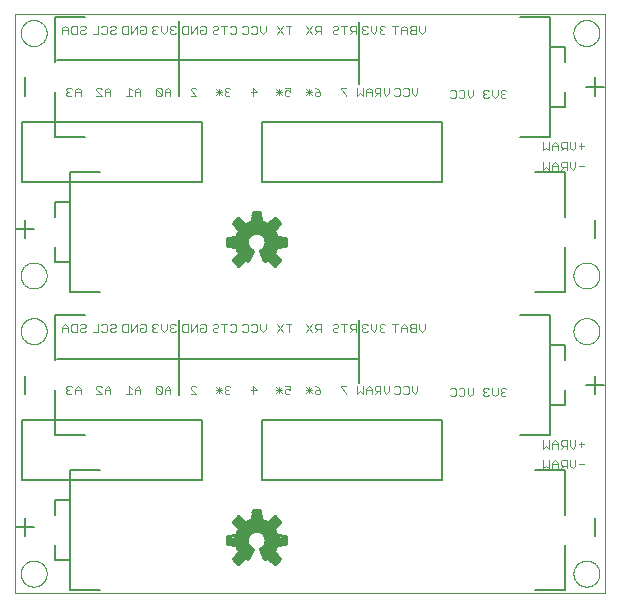
<source format=gbo>
G75*
%MOIN*%
%OFA0B0*%
%FSLAX25Y25*%
%IPPOS*%
%LPD*%
%AMOC8*
5,1,8,0,0,1.08239X$1,22.5*
%
%ADD10C,0.00000*%
%ADD11C,0.00400*%
%ADD12C,0.00600*%
%ADD13C,0.00800*%
%ADD14C,0.00500*%
%ADD15C,0.01000*%
D10*
X0024350Y0035363D02*
X0024350Y0228167D01*
X0221200Y0228167D01*
X0221200Y0035363D01*
X0024350Y0035363D01*
X0026318Y0041663D02*
X0026320Y0041794D01*
X0026326Y0041926D01*
X0026336Y0042057D01*
X0026350Y0042188D01*
X0026368Y0042318D01*
X0026390Y0042447D01*
X0026415Y0042576D01*
X0026445Y0042704D01*
X0026479Y0042831D01*
X0026516Y0042958D01*
X0026557Y0043082D01*
X0026602Y0043206D01*
X0026651Y0043328D01*
X0026703Y0043449D01*
X0026759Y0043567D01*
X0026819Y0043685D01*
X0026882Y0043800D01*
X0026949Y0043913D01*
X0027019Y0044025D01*
X0027092Y0044134D01*
X0027168Y0044240D01*
X0027248Y0044345D01*
X0027331Y0044447D01*
X0027417Y0044546D01*
X0027506Y0044643D01*
X0027598Y0044737D01*
X0027693Y0044828D01*
X0027790Y0044917D01*
X0027890Y0045002D01*
X0027993Y0045084D01*
X0028098Y0045163D01*
X0028205Y0045239D01*
X0028315Y0045311D01*
X0028427Y0045380D01*
X0028541Y0045446D01*
X0028656Y0045508D01*
X0028774Y0045567D01*
X0028893Y0045622D01*
X0029014Y0045674D01*
X0029137Y0045721D01*
X0029261Y0045765D01*
X0029386Y0045806D01*
X0029512Y0045842D01*
X0029640Y0045875D01*
X0029768Y0045903D01*
X0029897Y0045928D01*
X0030027Y0045949D01*
X0030157Y0045966D01*
X0030288Y0045979D01*
X0030419Y0045988D01*
X0030550Y0045993D01*
X0030682Y0045994D01*
X0030813Y0045991D01*
X0030945Y0045984D01*
X0031076Y0045973D01*
X0031206Y0045958D01*
X0031336Y0045939D01*
X0031466Y0045916D01*
X0031594Y0045890D01*
X0031722Y0045859D01*
X0031849Y0045824D01*
X0031975Y0045786D01*
X0032099Y0045744D01*
X0032223Y0045698D01*
X0032344Y0045648D01*
X0032464Y0045595D01*
X0032583Y0045538D01*
X0032700Y0045478D01*
X0032814Y0045414D01*
X0032927Y0045346D01*
X0033038Y0045275D01*
X0033147Y0045201D01*
X0033253Y0045124D01*
X0033357Y0045043D01*
X0033458Y0044960D01*
X0033557Y0044873D01*
X0033653Y0044783D01*
X0033746Y0044690D01*
X0033837Y0044595D01*
X0033924Y0044497D01*
X0034009Y0044396D01*
X0034090Y0044293D01*
X0034168Y0044187D01*
X0034243Y0044079D01*
X0034315Y0043969D01*
X0034383Y0043857D01*
X0034448Y0043743D01*
X0034509Y0043626D01*
X0034567Y0043508D01*
X0034621Y0043388D01*
X0034672Y0043267D01*
X0034719Y0043144D01*
X0034762Y0043020D01*
X0034801Y0042895D01*
X0034837Y0042768D01*
X0034868Y0042640D01*
X0034896Y0042512D01*
X0034920Y0042383D01*
X0034940Y0042253D01*
X0034956Y0042122D01*
X0034968Y0041991D01*
X0034976Y0041860D01*
X0034980Y0041729D01*
X0034980Y0041597D01*
X0034976Y0041466D01*
X0034968Y0041335D01*
X0034956Y0041204D01*
X0034940Y0041073D01*
X0034920Y0040943D01*
X0034896Y0040814D01*
X0034868Y0040686D01*
X0034837Y0040558D01*
X0034801Y0040431D01*
X0034762Y0040306D01*
X0034719Y0040182D01*
X0034672Y0040059D01*
X0034621Y0039938D01*
X0034567Y0039818D01*
X0034509Y0039700D01*
X0034448Y0039583D01*
X0034383Y0039469D01*
X0034315Y0039357D01*
X0034243Y0039247D01*
X0034168Y0039139D01*
X0034090Y0039033D01*
X0034009Y0038930D01*
X0033924Y0038829D01*
X0033837Y0038731D01*
X0033746Y0038636D01*
X0033653Y0038543D01*
X0033557Y0038453D01*
X0033458Y0038366D01*
X0033357Y0038283D01*
X0033253Y0038202D01*
X0033147Y0038125D01*
X0033038Y0038051D01*
X0032927Y0037980D01*
X0032815Y0037912D01*
X0032700Y0037848D01*
X0032583Y0037788D01*
X0032464Y0037731D01*
X0032344Y0037678D01*
X0032223Y0037628D01*
X0032099Y0037582D01*
X0031975Y0037540D01*
X0031849Y0037502D01*
X0031722Y0037467D01*
X0031594Y0037436D01*
X0031466Y0037410D01*
X0031336Y0037387D01*
X0031206Y0037368D01*
X0031076Y0037353D01*
X0030945Y0037342D01*
X0030813Y0037335D01*
X0030682Y0037332D01*
X0030550Y0037333D01*
X0030419Y0037338D01*
X0030288Y0037347D01*
X0030157Y0037360D01*
X0030027Y0037377D01*
X0029897Y0037398D01*
X0029768Y0037423D01*
X0029640Y0037451D01*
X0029512Y0037484D01*
X0029386Y0037520D01*
X0029261Y0037561D01*
X0029137Y0037605D01*
X0029014Y0037652D01*
X0028893Y0037704D01*
X0028774Y0037759D01*
X0028656Y0037818D01*
X0028541Y0037880D01*
X0028427Y0037946D01*
X0028315Y0038015D01*
X0028205Y0038087D01*
X0028098Y0038163D01*
X0027993Y0038242D01*
X0027890Y0038324D01*
X0027790Y0038409D01*
X0027693Y0038498D01*
X0027598Y0038589D01*
X0027506Y0038683D01*
X0027417Y0038780D01*
X0027331Y0038879D01*
X0027248Y0038981D01*
X0027168Y0039086D01*
X0027092Y0039192D01*
X0027019Y0039301D01*
X0026949Y0039413D01*
X0026882Y0039526D01*
X0026819Y0039641D01*
X0026759Y0039759D01*
X0026703Y0039877D01*
X0026651Y0039998D01*
X0026602Y0040120D01*
X0026557Y0040244D01*
X0026516Y0040368D01*
X0026479Y0040495D01*
X0026445Y0040622D01*
X0026415Y0040750D01*
X0026390Y0040879D01*
X0026368Y0041008D01*
X0026350Y0041138D01*
X0026336Y0041269D01*
X0026326Y0041400D01*
X0026320Y0041532D01*
X0026318Y0041663D01*
X0026318Y0122489D02*
X0026320Y0122620D01*
X0026326Y0122752D01*
X0026336Y0122883D01*
X0026350Y0123014D01*
X0026368Y0123144D01*
X0026390Y0123273D01*
X0026415Y0123402D01*
X0026445Y0123530D01*
X0026479Y0123657D01*
X0026516Y0123784D01*
X0026557Y0123908D01*
X0026602Y0124032D01*
X0026651Y0124154D01*
X0026703Y0124275D01*
X0026759Y0124393D01*
X0026819Y0124511D01*
X0026882Y0124626D01*
X0026949Y0124739D01*
X0027019Y0124851D01*
X0027092Y0124960D01*
X0027168Y0125066D01*
X0027248Y0125171D01*
X0027331Y0125273D01*
X0027417Y0125372D01*
X0027506Y0125469D01*
X0027598Y0125563D01*
X0027693Y0125654D01*
X0027790Y0125743D01*
X0027890Y0125828D01*
X0027993Y0125910D01*
X0028098Y0125989D01*
X0028205Y0126065D01*
X0028315Y0126137D01*
X0028427Y0126206D01*
X0028541Y0126272D01*
X0028656Y0126334D01*
X0028774Y0126393D01*
X0028893Y0126448D01*
X0029014Y0126500D01*
X0029137Y0126547D01*
X0029261Y0126591D01*
X0029386Y0126632D01*
X0029512Y0126668D01*
X0029640Y0126701D01*
X0029768Y0126729D01*
X0029897Y0126754D01*
X0030027Y0126775D01*
X0030157Y0126792D01*
X0030288Y0126805D01*
X0030419Y0126814D01*
X0030550Y0126819D01*
X0030682Y0126820D01*
X0030813Y0126817D01*
X0030945Y0126810D01*
X0031076Y0126799D01*
X0031206Y0126784D01*
X0031336Y0126765D01*
X0031466Y0126742D01*
X0031594Y0126716D01*
X0031722Y0126685D01*
X0031849Y0126650D01*
X0031975Y0126612D01*
X0032099Y0126570D01*
X0032223Y0126524D01*
X0032344Y0126474D01*
X0032464Y0126421D01*
X0032583Y0126364D01*
X0032700Y0126304D01*
X0032814Y0126240D01*
X0032927Y0126172D01*
X0033038Y0126101D01*
X0033147Y0126027D01*
X0033253Y0125950D01*
X0033357Y0125869D01*
X0033458Y0125786D01*
X0033557Y0125699D01*
X0033653Y0125609D01*
X0033746Y0125516D01*
X0033837Y0125421D01*
X0033924Y0125323D01*
X0034009Y0125222D01*
X0034090Y0125119D01*
X0034168Y0125013D01*
X0034243Y0124905D01*
X0034315Y0124795D01*
X0034383Y0124683D01*
X0034448Y0124569D01*
X0034509Y0124452D01*
X0034567Y0124334D01*
X0034621Y0124214D01*
X0034672Y0124093D01*
X0034719Y0123970D01*
X0034762Y0123846D01*
X0034801Y0123721D01*
X0034837Y0123594D01*
X0034868Y0123466D01*
X0034896Y0123338D01*
X0034920Y0123209D01*
X0034940Y0123079D01*
X0034956Y0122948D01*
X0034968Y0122817D01*
X0034976Y0122686D01*
X0034980Y0122555D01*
X0034980Y0122423D01*
X0034976Y0122292D01*
X0034968Y0122161D01*
X0034956Y0122030D01*
X0034940Y0121899D01*
X0034920Y0121769D01*
X0034896Y0121640D01*
X0034868Y0121512D01*
X0034837Y0121384D01*
X0034801Y0121257D01*
X0034762Y0121132D01*
X0034719Y0121008D01*
X0034672Y0120885D01*
X0034621Y0120764D01*
X0034567Y0120644D01*
X0034509Y0120526D01*
X0034448Y0120409D01*
X0034383Y0120295D01*
X0034315Y0120183D01*
X0034243Y0120073D01*
X0034168Y0119965D01*
X0034090Y0119859D01*
X0034009Y0119756D01*
X0033924Y0119655D01*
X0033837Y0119557D01*
X0033746Y0119462D01*
X0033653Y0119369D01*
X0033557Y0119279D01*
X0033458Y0119192D01*
X0033357Y0119109D01*
X0033253Y0119028D01*
X0033147Y0118951D01*
X0033038Y0118877D01*
X0032927Y0118806D01*
X0032815Y0118738D01*
X0032700Y0118674D01*
X0032583Y0118614D01*
X0032464Y0118557D01*
X0032344Y0118504D01*
X0032223Y0118454D01*
X0032099Y0118408D01*
X0031975Y0118366D01*
X0031849Y0118328D01*
X0031722Y0118293D01*
X0031594Y0118262D01*
X0031466Y0118236D01*
X0031336Y0118213D01*
X0031206Y0118194D01*
X0031076Y0118179D01*
X0030945Y0118168D01*
X0030813Y0118161D01*
X0030682Y0118158D01*
X0030550Y0118159D01*
X0030419Y0118164D01*
X0030288Y0118173D01*
X0030157Y0118186D01*
X0030027Y0118203D01*
X0029897Y0118224D01*
X0029768Y0118249D01*
X0029640Y0118277D01*
X0029512Y0118310D01*
X0029386Y0118346D01*
X0029261Y0118387D01*
X0029137Y0118431D01*
X0029014Y0118478D01*
X0028893Y0118530D01*
X0028774Y0118585D01*
X0028656Y0118644D01*
X0028541Y0118706D01*
X0028427Y0118772D01*
X0028315Y0118841D01*
X0028205Y0118913D01*
X0028098Y0118989D01*
X0027993Y0119068D01*
X0027890Y0119150D01*
X0027790Y0119235D01*
X0027693Y0119324D01*
X0027598Y0119415D01*
X0027506Y0119509D01*
X0027417Y0119606D01*
X0027331Y0119705D01*
X0027248Y0119807D01*
X0027168Y0119912D01*
X0027092Y0120018D01*
X0027019Y0120127D01*
X0026949Y0120239D01*
X0026882Y0120352D01*
X0026819Y0120467D01*
X0026759Y0120585D01*
X0026703Y0120703D01*
X0026651Y0120824D01*
X0026602Y0120946D01*
X0026557Y0121070D01*
X0026516Y0121194D01*
X0026479Y0121321D01*
X0026445Y0121448D01*
X0026415Y0121576D01*
X0026390Y0121705D01*
X0026368Y0121834D01*
X0026350Y0121964D01*
X0026336Y0122095D01*
X0026326Y0122226D01*
X0026320Y0122358D01*
X0026318Y0122489D01*
X0026318Y0141041D02*
X0026320Y0141172D01*
X0026326Y0141304D01*
X0026336Y0141435D01*
X0026350Y0141566D01*
X0026368Y0141696D01*
X0026390Y0141825D01*
X0026415Y0141954D01*
X0026445Y0142082D01*
X0026479Y0142209D01*
X0026516Y0142336D01*
X0026557Y0142460D01*
X0026602Y0142584D01*
X0026651Y0142706D01*
X0026703Y0142827D01*
X0026759Y0142945D01*
X0026819Y0143063D01*
X0026882Y0143178D01*
X0026949Y0143291D01*
X0027019Y0143403D01*
X0027092Y0143512D01*
X0027168Y0143618D01*
X0027248Y0143723D01*
X0027331Y0143825D01*
X0027417Y0143924D01*
X0027506Y0144021D01*
X0027598Y0144115D01*
X0027693Y0144206D01*
X0027790Y0144295D01*
X0027890Y0144380D01*
X0027993Y0144462D01*
X0028098Y0144541D01*
X0028205Y0144617D01*
X0028315Y0144689D01*
X0028427Y0144758D01*
X0028541Y0144824D01*
X0028656Y0144886D01*
X0028774Y0144945D01*
X0028893Y0145000D01*
X0029014Y0145052D01*
X0029137Y0145099D01*
X0029261Y0145143D01*
X0029386Y0145184D01*
X0029512Y0145220D01*
X0029640Y0145253D01*
X0029768Y0145281D01*
X0029897Y0145306D01*
X0030027Y0145327D01*
X0030157Y0145344D01*
X0030288Y0145357D01*
X0030419Y0145366D01*
X0030550Y0145371D01*
X0030682Y0145372D01*
X0030813Y0145369D01*
X0030945Y0145362D01*
X0031076Y0145351D01*
X0031206Y0145336D01*
X0031336Y0145317D01*
X0031466Y0145294D01*
X0031594Y0145268D01*
X0031722Y0145237D01*
X0031849Y0145202D01*
X0031975Y0145164D01*
X0032099Y0145122D01*
X0032223Y0145076D01*
X0032344Y0145026D01*
X0032464Y0144973D01*
X0032583Y0144916D01*
X0032700Y0144856D01*
X0032814Y0144792D01*
X0032927Y0144724D01*
X0033038Y0144653D01*
X0033147Y0144579D01*
X0033253Y0144502D01*
X0033357Y0144421D01*
X0033458Y0144338D01*
X0033557Y0144251D01*
X0033653Y0144161D01*
X0033746Y0144068D01*
X0033837Y0143973D01*
X0033924Y0143875D01*
X0034009Y0143774D01*
X0034090Y0143671D01*
X0034168Y0143565D01*
X0034243Y0143457D01*
X0034315Y0143347D01*
X0034383Y0143235D01*
X0034448Y0143121D01*
X0034509Y0143004D01*
X0034567Y0142886D01*
X0034621Y0142766D01*
X0034672Y0142645D01*
X0034719Y0142522D01*
X0034762Y0142398D01*
X0034801Y0142273D01*
X0034837Y0142146D01*
X0034868Y0142018D01*
X0034896Y0141890D01*
X0034920Y0141761D01*
X0034940Y0141631D01*
X0034956Y0141500D01*
X0034968Y0141369D01*
X0034976Y0141238D01*
X0034980Y0141107D01*
X0034980Y0140975D01*
X0034976Y0140844D01*
X0034968Y0140713D01*
X0034956Y0140582D01*
X0034940Y0140451D01*
X0034920Y0140321D01*
X0034896Y0140192D01*
X0034868Y0140064D01*
X0034837Y0139936D01*
X0034801Y0139809D01*
X0034762Y0139684D01*
X0034719Y0139560D01*
X0034672Y0139437D01*
X0034621Y0139316D01*
X0034567Y0139196D01*
X0034509Y0139078D01*
X0034448Y0138961D01*
X0034383Y0138847D01*
X0034315Y0138735D01*
X0034243Y0138625D01*
X0034168Y0138517D01*
X0034090Y0138411D01*
X0034009Y0138308D01*
X0033924Y0138207D01*
X0033837Y0138109D01*
X0033746Y0138014D01*
X0033653Y0137921D01*
X0033557Y0137831D01*
X0033458Y0137744D01*
X0033357Y0137661D01*
X0033253Y0137580D01*
X0033147Y0137503D01*
X0033038Y0137429D01*
X0032927Y0137358D01*
X0032815Y0137290D01*
X0032700Y0137226D01*
X0032583Y0137166D01*
X0032464Y0137109D01*
X0032344Y0137056D01*
X0032223Y0137006D01*
X0032099Y0136960D01*
X0031975Y0136918D01*
X0031849Y0136880D01*
X0031722Y0136845D01*
X0031594Y0136814D01*
X0031466Y0136788D01*
X0031336Y0136765D01*
X0031206Y0136746D01*
X0031076Y0136731D01*
X0030945Y0136720D01*
X0030813Y0136713D01*
X0030682Y0136710D01*
X0030550Y0136711D01*
X0030419Y0136716D01*
X0030288Y0136725D01*
X0030157Y0136738D01*
X0030027Y0136755D01*
X0029897Y0136776D01*
X0029768Y0136801D01*
X0029640Y0136829D01*
X0029512Y0136862D01*
X0029386Y0136898D01*
X0029261Y0136939D01*
X0029137Y0136983D01*
X0029014Y0137030D01*
X0028893Y0137082D01*
X0028774Y0137137D01*
X0028656Y0137196D01*
X0028541Y0137258D01*
X0028427Y0137324D01*
X0028315Y0137393D01*
X0028205Y0137465D01*
X0028098Y0137541D01*
X0027993Y0137620D01*
X0027890Y0137702D01*
X0027790Y0137787D01*
X0027693Y0137876D01*
X0027598Y0137967D01*
X0027506Y0138061D01*
X0027417Y0138158D01*
X0027331Y0138257D01*
X0027248Y0138359D01*
X0027168Y0138464D01*
X0027092Y0138570D01*
X0027019Y0138679D01*
X0026949Y0138791D01*
X0026882Y0138904D01*
X0026819Y0139019D01*
X0026759Y0139137D01*
X0026703Y0139255D01*
X0026651Y0139376D01*
X0026602Y0139498D01*
X0026557Y0139622D01*
X0026516Y0139746D01*
X0026479Y0139873D01*
X0026445Y0140000D01*
X0026415Y0140128D01*
X0026390Y0140257D01*
X0026368Y0140386D01*
X0026350Y0140516D01*
X0026336Y0140647D01*
X0026326Y0140778D01*
X0026320Y0140910D01*
X0026318Y0141041D01*
X0026318Y0221867D02*
X0026320Y0221998D01*
X0026326Y0222130D01*
X0026336Y0222261D01*
X0026350Y0222392D01*
X0026368Y0222522D01*
X0026390Y0222651D01*
X0026415Y0222780D01*
X0026445Y0222908D01*
X0026479Y0223035D01*
X0026516Y0223162D01*
X0026557Y0223286D01*
X0026602Y0223410D01*
X0026651Y0223532D01*
X0026703Y0223653D01*
X0026759Y0223771D01*
X0026819Y0223889D01*
X0026882Y0224004D01*
X0026949Y0224117D01*
X0027019Y0224229D01*
X0027092Y0224338D01*
X0027168Y0224444D01*
X0027248Y0224549D01*
X0027331Y0224651D01*
X0027417Y0224750D01*
X0027506Y0224847D01*
X0027598Y0224941D01*
X0027693Y0225032D01*
X0027790Y0225121D01*
X0027890Y0225206D01*
X0027993Y0225288D01*
X0028098Y0225367D01*
X0028205Y0225443D01*
X0028315Y0225515D01*
X0028427Y0225584D01*
X0028541Y0225650D01*
X0028656Y0225712D01*
X0028774Y0225771D01*
X0028893Y0225826D01*
X0029014Y0225878D01*
X0029137Y0225925D01*
X0029261Y0225969D01*
X0029386Y0226010D01*
X0029512Y0226046D01*
X0029640Y0226079D01*
X0029768Y0226107D01*
X0029897Y0226132D01*
X0030027Y0226153D01*
X0030157Y0226170D01*
X0030288Y0226183D01*
X0030419Y0226192D01*
X0030550Y0226197D01*
X0030682Y0226198D01*
X0030813Y0226195D01*
X0030945Y0226188D01*
X0031076Y0226177D01*
X0031206Y0226162D01*
X0031336Y0226143D01*
X0031466Y0226120D01*
X0031594Y0226094D01*
X0031722Y0226063D01*
X0031849Y0226028D01*
X0031975Y0225990D01*
X0032099Y0225948D01*
X0032223Y0225902D01*
X0032344Y0225852D01*
X0032464Y0225799D01*
X0032583Y0225742D01*
X0032700Y0225682D01*
X0032814Y0225618D01*
X0032927Y0225550D01*
X0033038Y0225479D01*
X0033147Y0225405D01*
X0033253Y0225328D01*
X0033357Y0225247D01*
X0033458Y0225164D01*
X0033557Y0225077D01*
X0033653Y0224987D01*
X0033746Y0224894D01*
X0033837Y0224799D01*
X0033924Y0224701D01*
X0034009Y0224600D01*
X0034090Y0224497D01*
X0034168Y0224391D01*
X0034243Y0224283D01*
X0034315Y0224173D01*
X0034383Y0224061D01*
X0034448Y0223947D01*
X0034509Y0223830D01*
X0034567Y0223712D01*
X0034621Y0223592D01*
X0034672Y0223471D01*
X0034719Y0223348D01*
X0034762Y0223224D01*
X0034801Y0223099D01*
X0034837Y0222972D01*
X0034868Y0222844D01*
X0034896Y0222716D01*
X0034920Y0222587D01*
X0034940Y0222457D01*
X0034956Y0222326D01*
X0034968Y0222195D01*
X0034976Y0222064D01*
X0034980Y0221933D01*
X0034980Y0221801D01*
X0034976Y0221670D01*
X0034968Y0221539D01*
X0034956Y0221408D01*
X0034940Y0221277D01*
X0034920Y0221147D01*
X0034896Y0221018D01*
X0034868Y0220890D01*
X0034837Y0220762D01*
X0034801Y0220635D01*
X0034762Y0220510D01*
X0034719Y0220386D01*
X0034672Y0220263D01*
X0034621Y0220142D01*
X0034567Y0220022D01*
X0034509Y0219904D01*
X0034448Y0219787D01*
X0034383Y0219673D01*
X0034315Y0219561D01*
X0034243Y0219451D01*
X0034168Y0219343D01*
X0034090Y0219237D01*
X0034009Y0219134D01*
X0033924Y0219033D01*
X0033837Y0218935D01*
X0033746Y0218840D01*
X0033653Y0218747D01*
X0033557Y0218657D01*
X0033458Y0218570D01*
X0033357Y0218487D01*
X0033253Y0218406D01*
X0033147Y0218329D01*
X0033038Y0218255D01*
X0032927Y0218184D01*
X0032815Y0218116D01*
X0032700Y0218052D01*
X0032583Y0217992D01*
X0032464Y0217935D01*
X0032344Y0217882D01*
X0032223Y0217832D01*
X0032099Y0217786D01*
X0031975Y0217744D01*
X0031849Y0217706D01*
X0031722Y0217671D01*
X0031594Y0217640D01*
X0031466Y0217614D01*
X0031336Y0217591D01*
X0031206Y0217572D01*
X0031076Y0217557D01*
X0030945Y0217546D01*
X0030813Y0217539D01*
X0030682Y0217536D01*
X0030550Y0217537D01*
X0030419Y0217542D01*
X0030288Y0217551D01*
X0030157Y0217564D01*
X0030027Y0217581D01*
X0029897Y0217602D01*
X0029768Y0217627D01*
X0029640Y0217655D01*
X0029512Y0217688D01*
X0029386Y0217724D01*
X0029261Y0217765D01*
X0029137Y0217809D01*
X0029014Y0217856D01*
X0028893Y0217908D01*
X0028774Y0217963D01*
X0028656Y0218022D01*
X0028541Y0218084D01*
X0028427Y0218150D01*
X0028315Y0218219D01*
X0028205Y0218291D01*
X0028098Y0218367D01*
X0027993Y0218446D01*
X0027890Y0218528D01*
X0027790Y0218613D01*
X0027693Y0218702D01*
X0027598Y0218793D01*
X0027506Y0218887D01*
X0027417Y0218984D01*
X0027331Y0219083D01*
X0027248Y0219185D01*
X0027168Y0219290D01*
X0027092Y0219396D01*
X0027019Y0219505D01*
X0026949Y0219617D01*
X0026882Y0219730D01*
X0026819Y0219845D01*
X0026759Y0219963D01*
X0026703Y0220081D01*
X0026651Y0220202D01*
X0026602Y0220324D01*
X0026557Y0220448D01*
X0026516Y0220572D01*
X0026479Y0220699D01*
X0026445Y0220826D01*
X0026415Y0220954D01*
X0026390Y0221083D01*
X0026368Y0221212D01*
X0026350Y0221342D01*
X0026336Y0221473D01*
X0026326Y0221604D01*
X0026320Y0221736D01*
X0026318Y0221867D01*
X0210570Y0221867D02*
X0210572Y0221998D01*
X0210578Y0222130D01*
X0210588Y0222261D01*
X0210602Y0222392D01*
X0210620Y0222522D01*
X0210642Y0222651D01*
X0210667Y0222780D01*
X0210697Y0222908D01*
X0210731Y0223035D01*
X0210768Y0223162D01*
X0210809Y0223286D01*
X0210854Y0223410D01*
X0210903Y0223532D01*
X0210955Y0223653D01*
X0211011Y0223771D01*
X0211071Y0223889D01*
X0211134Y0224004D01*
X0211201Y0224117D01*
X0211271Y0224229D01*
X0211344Y0224338D01*
X0211420Y0224444D01*
X0211500Y0224549D01*
X0211583Y0224651D01*
X0211669Y0224750D01*
X0211758Y0224847D01*
X0211850Y0224941D01*
X0211945Y0225032D01*
X0212042Y0225121D01*
X0212142Y0225206D01*
X0212245Y0225288D01*
X0212350Y0225367D01*
X0212457Y0225443D01*
X0212567Y0225515D01*
X0212679Y0225584D01*
X0212793Y0225650D01*
X0212908Y0225712D01*
X0213026Y0225771D01*
X0213145Y0225826D01*
X0213266Y0225878D01*
X0213389Y0225925D01*
X0213513Y0225969D01*
X0213638Y0226010D01*
X0213764Y0226046D01*
X0213892Y0226079D01*
X0214020Y0226107D01*
X0214149Y0226132D01*
X0214279Y0226153D01*
X0214409Y0226170D01*
X0214540Y0226183D01*
X0214671Y0226192D01*
X0214802Y0226197D01*
X0214934Y0226198D01*
X0215065Y0226195D01*
X0215197Y0226188D01*
X0215328Y0226177D01*
X0215458Y0226162D01*
X0215588Y0226143D01*
X0215718Y0226120D01*
X0215846Y0226094D01*
X0215974Y0226063D01*
X0216101Y0226028D01*
X0216227Y0225990D01*
X0216351Y0225948D01*
X0216475Y0225902D01*
X0216596Y0225852D01*
X0216716Y0225799D01*
X0216835Y0225742D01*
X0216952Y0225682D01*
X0217066Y0225618D01*
X0217179Y0225550D01*
X0217290Y0225479D01*
X0217399Y0225405D01*
X0217505Y0225328D01*
X0217609Y0225247D01*
X0217710Y0225164D01*
X0217809Y0225077D01*
X0217905Y0224987D01*
X0217998Y0224894D01*
X0218089Y0224799D01*
X0218176Y0224701D01*
X0218261Y0224600D01*
X0218342Y0224497D01*
X0218420Y0224391D01*
X0218495Y0224283D01*
X0218567Y0224173D01*
X0218635Y0224061D01*
X0218700Y0223947D01*
X0218761Y0223830D01*
X0218819Y0223712D01*
X0218873Y0223592D01*
X0218924Y0223471D01*
X0218971Y0223348D01*
X0219014Y0223224D01*
X0219053Y0223099D01*
X0219089Y0222972D01*
X0219120Y0222844D01*
X0219148Y0222716D01*
X0219172Y0222587D01*
X0219192Y0222457D01*
X0219208Y0222326D01*
X0219220Y0222195D01*
X0219228Y0222064D01*
X0219232Y0221933D01*
X0219232Y0221801D01*
X0219228Y0221670D01*
X0219220Y0221539D01*
X0219208Y0221408D01*
X0219192Y0221277D01*
X0219172Y0221147D01*
X0219148Y0221018D01*
X0219120Y0220890D01*
X0219089Y0220762D01*
X0219053Y0220635D01*
X0219014Y0220510D01*
X0218971Y0220386D01*
X0218924Y0220263D01*
X0218873Y0220142D01*
X0218819Y0220022D01*
X0218761Y0219904D01*
X0218700Y0219787D01*
X0218635Y0219673D01*
X0218567Y0219561D01*
X0218495Y0219451D01*
X0218420Y0219343D01*
X0218342Y0219237D01*
X0218261Y0219134D01*
X0218176Y0219033D01*
X0218089Y0218935D01*
X0217998Y0218840D01*
X0217905Y0218747D01*
X0217809Y0218657D01*
X0217710Y0218570D01*
X0217609Y0218487D01*
X0217505Y0218406D01*
X0217399Y0218329D01*
X0217290Y0218255D01*
X0217179Y0218184D01*
X0217067Y0218116D01*
X0216952Y0218052D01*
X0216835Y0217992D01*
X0216716Y0217935D01*
X0216596Y0217882D01*
X0216475Y0217832D01*
X0216351Y0217786D01*
X0216227Y0217744D01*
X0216101Y0217706D01*
X0215974Y0217671D01*
X0215846Y0217640D01*
X0215718Y0217614D01*
X0215588Y0217591D01*
X0215458Y0217572D01*
X0215328Y0217557D01*
X0215197Y0217546D01*
X0215065Y0217539D01*
X0214934Y0217536D01*
X0214802Y0217537D01*
X0214671Y0217542D01*
X0214540Y0217551D01*
X0214409Y0217564D01*
X0214279Y0217581D01*
X0214149Y0217602D01*
X0214020Y0217627D01*
X0213892Y0217655D01*
X0213764Y0217688D01*
X0213638Y0217724D01*
X0213513Y0217765D01*
X0213389Y0217809D01*
X0213266Y0217856D01*
X0213145Y0217908D01*
X0213026Y0217963D01*
X0212908Y0218022D01*
X0212793Y0218084D01*
X0212679Y0218150D01*
X0212567Y0218219D01*
X0212457Y0218291D01*
X0212350Y0218367D01*
X0212245Y0218446D01*
X0212142Y0218528D01*
X0212042Y0218613D01*
X0211945Y0218702D01*
X0211850Y0218793D01*
X0211758Y0218887D01*
X0211669Y0218984D01*
X0211583Y0219083D01*
X0211500Y0219185D01*
X0211420Y0219290D01*
X0211344Y0219396D01*
X0211271Y0219505D01*
X0211201Y0219617D01*
X0211134Y0219730D01*
X0211071Y0219845D01*
X0211011Y0219963D01*
X0210955Y0220081D01*
X0210903Y0220202D01*
X0210854Y0220324D01*
X0210809Y0220448D01*
X0210768Y0220572D01*
X0210731Y0220699D01*
X0210697Y0220826D01*
X0210667Y0220954D01*
X0210642Y0221083D01*
X0210620Y0221212D01*
X0210602Y0221342D01*
X0210588Y0221473D01*
X0210578Y0221604D01*
X0210572Y0221736D01*
X0210570Y0221867D01*
X0210570Y0141041D02*
X0210572Y0141172D01*
X0210578Y0141304D01*
X0210588Y0141435D01*
X0210602Y0141566D01*
X0210620Y0141696D01*
X0210642Y0141825D01*
X0210667Y0141954D01*
X0210697Y0142082D01*
X0210731Y0142209D01*
X0210768Y0142336D01*
X0210809Y0142460D01*
X0210854Y0142584D01*
X0210903Y0142706D01*
X0210955Y0142827D01*
X0211011Y0142945D01*
X0211071Y0143063D01*
X0211134Y0143178D01*
X0211201Y0143291D01*
X0211271Y0143403D01*
X0211344Y0143512D01*
X0211420Y0143618D01*
X0211500Y0143723D01*
X0211583Y0143825D01*
X0211669Y0143924D01*
X0211758Y0144021D01*
X0211850Y0144115D01*
X0211945Y0144206D01*
X0212042Y0144295D01*
X0212142Y0144380D01*
X0212245Y0144462D01*
X0212350Y0144541D01*
X0212457Y0144617D01*
X0212567Y0144689D01*
X0212679Y0144758D01*
X0212793Y0144824D01*
X0212908Y0144886D01*
X0213026Y0144945D01*
X0213145Y0145000D01*
X0213266Y0145052D01*
X0213389Y0145099D01*
X0213513Y0145143D01*
X0213638Y0145184D01*
X0213764Y0145220D01*
X0213892Y0145253D01*
X0214020Y0145281D01*
X0214149Y0145306D01*
X0214279Y0145327D01*
X0214409Y0145344D01*
X0214540Y0145357D01*
X0214671Y0145366D01*
X0214802Y0145371D01*
X0214934Y0145372D01*
X0215065Y0145369D01*
X0215197Y0145362D01*
X0215328Y0145351D01*
X0215458Y0145336D01*
X0215588Y0145317D01*
X0215718Y0145294D01*
X0215846Y0145268D01*
X0215974Y0145237D01*
X0216101Y0145202D01*
X0216227Y0145164D01*
X0216351Y0145122D01*
X0216475Y0145076D01*
X0216596Y0145026D01*
X0216716Y0144973D01*
X0216835Y0144916D01*
X0216952Y0144856D01*
X0217066Y0144792D01*
X0217179Y0144724D01*
X0217290Y0144653D01*
X0217399Y0144579D01*
X0217505Y0144502D01*
X0217609Y0144421D01*
X0217710Y0144338D01*
X0217809Y0144251D01*
X0217905Y0144161D01*
X0217998Y0144068D01*
X0218089Y0143973D01*
X0218176Y0143875D01*
X0218261Y0143774D01*
X0218342Y0143671D01*
X0218420Y0143565D01*
X0218495Y0143457D01*
X0218567Y0143347D01*
X0218635Y0143235D01*
X0218700Y0143121D01*
X0218761Y0143004D01*
X0218819Y0142886D01*
X0218873Y0142766D01*
X0218924Y0142645D01*
X0218971Y0142522D01*
X0219014Y0142398D01*
X0219053Y0142273D01*
X0219089Y0142146D01*
X0219120Y0142018D01*
X0219148Y0141890D01*
X0219172Y0141761D01*
X0219192Y0141631D01*
X0219208Y0141500D01*
X0219220Y0141369D01*
X0219228Y0141238D01*
X0219232Y0141107D01*
X0219232Y0140975D01*
X0219228Y0140844D01*
X0219220Y0140713D01*
X0219208Y0140582D01*
X0219192Y0140451D01*
X0219172Y0140321D01*
X0219148Y0140192D01*
X0219120Y0140064D01*
X0219089Y0139936D01*
X0219053Y0139809D01*
X0219014Y0139684D01*
X0218971Y0139560D01*
X0218924Y0139437D01*
X0218873Y0139316D01*
X0218819Y0139196D01*
X0218761Y0139078D01*
X0218700Y0138961D01*
X0218635Y0138847D01*
X0218567Y0138735D01*
X0218495Y0138625D01*
X0218420Y0138517D01*
X0218342Y0138411D01*
X0218261Y0138308D01*
X0218176Y0138207D01*
X0218089Y0138109D01*
X0217998Y0138014D01*
X0217905Y0137921D01*
X0217809Y0137831D01*
X0217710Y0137744D01*
X0217609Y0137661D01*
X0217505Y0137580D01*
X0217399Y0137503D01*
X0217290Y0137429D01*
X0217179Y0137358D01*
X0217067Y0137290D01*
X0216952Y0137226D01*
X0216835Y0137166D01*
X0216716Y0137109D01*
X0216596Y0137056D01*
X0216475Y0137006D01*
X0216351Y0136960D01*
X0216227Y0136918D01*
X0216101Y0136880D01*
X0215974Y0136845D01*
X0215846Y0136814D01*
X0215718Y0136788D01*
X0215588Y0136765D01*
X0215458Y0136746D01*
X0215328Y0136731D01*
X0215197Y0136720D01*
X0215065Y0136713D01*
X0214934Y0136710D01*
X0214802Y0136711D01*
X0214671Y0136716D01*
X0214540Y0136725D01*
X0214409Y0136738D01*
X0214279Y0136755D01*
X0214149Y0136776D01*
X0214020Y0136801D01*
X0213892Y0136829D01*
X0213764Y0136862D01*
X0213638Y0136898D01*
X0213513Y0136939D01*
X0213389Y0136983D01*
X0213266Y0137030D01*
X0213145Y0137082D01*
X0213026Y0137137D01*
X0212908Y0137196D01*
X0212793Y0137258D01*
X0212679Y0137324D01*
X0212567Y0137393D01*
X0212457Y0137465D01*
X0212350Y0137541D01*
X0212245Y0137620D01*
X0212142Y0137702D01*
X0212042Y0137787D01*
X0211945Y0137876D01*
X0211850Y0137967D01*
X0211758Y0138061D01*
X0211669Y0138158D01*
X0211583Y0138257D01*
X0211500Y0138359D01*
X0211420Y0138464D01*
X0211344Y0138570D01*
X0211271Y0138679D01*
X0211201Y0138791D01*
X0211134Y0138904D01*
X0211071Y0139019D01*
X0211011Y0139137D01*
X0210955Y0139255D01*
X0210903Y0139376D01*
X0210854Y0139498D01*
X0210809Y0139622D01*
X0210768Y0139746D01*
X0210731Y0139873D01*
X0210697Y0140000D01*
X0210667Y0140128D01*
X0210642Y0140257D01*
X0210620Y0140386D01*
X0210602Y0140516D01*
X0210588Y0140647D01*
X0210578Y0140778D01*
X0210572Y0140910D01*
X0210570Y0141041D01*
X0210570Y0122489D02*
X0210572Y0122620D01*
X0210578Y0122752D01*
X0210588Y0122883D01*
X0210602Y0123014D01*
X0210620Y0123144D01*
X0210642Y0123273D01*
X0210667Y0123402D01*
X0210697Y0123530D01*
X0210731Y0123657D01*
X0210768Y0123784D01*
X0210809Y0123908D01*
X0210854Y0124032D01*
X0210903Y0124154D01*
X0210955Y0124275D01*
X0211011Y0124393D01*
X0211071Y0124511D01*
X0211134Y0124626D01*
X0211201Y0124739D01*
X0211271Y0124851D01*
X0211344Y0124960D01*
X0211420Y0125066D01*
X0211500Y0125171D01*
X0211583Y0125273D01*
X0211669Y0125372D01*
X0211758Y0125469D01*
X0211850Y0125563D01*
X0211945Y0125654D01*
X0212042Y0125743D01*
X0212142Y0125828D01*
X0212245Y0125910D01*
X0212350Y0125989D01*
X0212457Y0126065D01*
X0212567Y0126137D01*
X0212679Y0126206D01*
X0212793Y0126272D01*
X0212908Y0126334D01*
X0213026Y0126393D01*
X0213145Y0126448D01*
X0213266Y0126500D01*
X0213389Y0126547D01*
X0213513Y0126591D01*
X0213638Y0126632D01*
X0213764Y0126668D01*
X0213892Y0126701D01*
X0214020Y0126729D01*
X0214149Y0126754D01*
X0214279Y0126775D01*
X0214409Y0126792D01*
X0214540Y0126805D01*
X0214671Y0126814D01*
X0214802Y0126819D01*
X0214934Y0126820D01*
X0215065Y0126817D01*
X0215197Y0126810D01*
X0215328Y0126799D01*
X0215458Y0126784D01*
X0215588Y0126765D01*
X0215718Y0126742D01*
X0215846Y0126716D01*
X0215974Y0126685D01*
X0216101Y0126650D01*
X0216227Y0126612D01*
X0216351Y0126570D01*
X0216475Y0126524D01*
X0216596Y0126474D01*
X0216716Y0126421D01*
X0216835Y0126364D01*
X0216952Y0126304D01*
X0217066Y0126240D01*
X0217179Y0126172D01*
X0217290Y0126101D01*
X0217399Y0126027D01*
X0217505Y0125950D01*
X0217609Y0125869D01*
X0217710Y0125786D01*
X0217809Y0125699D01*
X0217905Y0125609D01*
X0217998Y0125516D01*
X0218089Y0125421D01*
X0218176Y0125323D01*
X0218261Y0125222D01*
X0218342Y0125119D01*
X0218420Y0125013D01*
X0218495Y0124905D01*
X0218567Y0124795D01*
X0218635Y0124683D01*
X0218700Y0124569D01*
X0218761Y0124452D01*
X0218819Y0124334D01*
X0218873Y0124214D01*
X0218924Y0124093D01*
X0218971Y0123970D01*
X0219014Y0123846D01*
X0219053Y0123721D01*
X0219089Y0123594D01*
X0219120Y0123466D01*
X0219148Y0123338D01*
X0219172Y0123209D01*
X0219192Y0123079D01*
X0219208Y0122948D01*
X0219220Y0122817D01*
X0219228Y0122686D01*
X0219232Y0122555D01*
X0219232Y0122423D01*
X0219228Y0122292D01*
X0219220Y0122161D01*
X0219208Y0122030D01*
X0219192Y0121899D01*
X0219172Y0121769D01*
X0219148Y0121640D01*
X0219120Y0121512D01*
X0219089Y0121384D01*
X0219053Y0121257D01*
X0219014Y0121132D01*
X0218971Y0121008D01*
X0218924Y0120885D01*
X0218873Y0120764D01*
X0218819Y0120644D01*
X0218761Y0120526D01*
X0218700Y0120409D01*
X0218635Y0120295D01*
X0218567Y0120183D01*
X0218495Y0120073D01*
X0218420Y0119965D01*
X0218342Y0119859D01*
X0218261Y0119756D01*
X0218176Y0119655D01*
X0218089Y0119557D01*
X0217998Y0119462D01*
X0217905Y0119369D01*
X0217809Y0119279D01*
X0217710Y0119192D01*
X0217609Y0119109D01*
X0217505Y0119028D01*
X0217399Y0118951D01*
X0217290Y0118877D01*
X0217179Y0118806D01*
X0217067Y0118738D01*
X0216952Y0118674D01*
X0216835Y0118614D01*
X0216716Y0118557D01*
X0216596Y0118504D01*
X0216475Y0118454D01*
X0216351Y0118408D01*
X0216227Y0118366D01*
X0216101Y0118328D01*
X0215974Y0118293D01*
X0215846Y0118262D01*
X0215718Y0118236D01*
X0215588Y0118213D01*
X0215458Y0118194D01*
X0215328Y0118179D01*
X0215197Y0118168D01*
X0215065Y0118161D01*
X0214934Y0118158D01*
X0214802Y0118159D01*
X0214671Y0118164D01*
X0214540Y0118173D01*
X0214409Y0118186D01*
X0214279Y0118203D01*
X0214149Y0118224D01*
X0214020Y0118249D01*
X0213892Y0118277D01*
X0213764Y0118310D01*
X0213638Y0118346D01*
X0213513Y0118387D01*
X0213389Y0118431D01*
X0213266Y0118478D01*
X0213145Y0118530D01*
X0213026Y0118585D01*
X0212908Y0118644D01*
X0212793Y0118706D01*
X0212679Y0118772D01*
X0212567Y0118841D01*
X0212457Y0118913D01*
X0212350Y0118989D01*
X0212245Y0119068D01*
X0212142Y0119150D01*
X0212042Y0119235D01*
X0211945Y0119324D01*
X0211850Y0119415D01*
X0211758Y0119509D01*
X0211669Y0119606D01*
X0211583Y0119705D01*
X0211500Y0119807D01*
X0211420Y0119912D01*
X0211344Y0120018D01*
X0211271Y0120127D01*
X0211201Y0120239D01*
X0211134Y0120352D01*
X0211071Y0120467D01*
X0211011Y0120585D01*
X0210955Y0120703D01*
X0210903Y0120824D01*
X0210854Y0120946D01*
X0210809Y0121070D01*
X0210768Y0121194D01*
X0210731Y0121321D01*
X0210697Y0121448D01*
X0210667Y0121576D01*
X0210642Y0121705D01*
X0210620Y0121834D01*
X0210602Y0121964D01*
X0210588Y0122095D01*
X0210578Y0122226D01*
X0210572Y0122358D01*
X0210570Y0122489D01*
X0210570Y0041663D02*
X0210572Y0041794D01*
X0210578Y0041926D01*
X0210588Y0042057D01*
X0210602Y0042188D01*
X0210620Y0042318D01*
X0210642Y0042447D01*
X0210667Y0042576D01*
X0210697Y0042704D01*
X0210731Y0042831D01*
X0210768Y0042958D01*
X0210809Y0043082D01*
X0210854Y0043206D01*
X0210903Y0043328D01*
X0210955Y0043449D01*
X0211011Y0043567D01*
X0211071Y0043685D01*
X0211134Y0043800D01*
X0211201Y0043913D01*
X0211271Y0044025D01*
X0211344Y0044134D01*
X0211420Y0044240D01*
X0211500Y0044345D01*
X0211583Y0044447D01*
X0211669Y0044546D01*
X0211758Y0044643D01*
X0211850Y0044737D01*
X0211945Y0044828D01*
X0212042Y0044917D01*
X0212142Y0045002D01*
X0212245Y0045084D01*
X0212350Y0045163D01*
X0212457Y0045239D01*
X0212567Y0045311D01*
X0212679Y0045380D01*
X0212793Y0045446D01*
X0212908Y0045508D01*
X0213026Y0045567D01*
X0213145Y0045622D01*
X0213266Y0045674D01*
X0213389Y0045721D01*
X0213513Y0045765D01*
X0213638Y0045806D01*
X0213764Y0045842D01*
X0213892Y0045875D01*
X0214020Y0045903D01*
X0214149Y0045928D01*
X0214279Y0045949D01*
X0214409Y0045966D01*
X0214540Y0045979D01*
X0214671Y0045988D01*
X0214802Y0045993D01*
X0214934Y0045994D01*
X0215065Y0045991D01*
X0215197Y0045984D01*
X0215328Y0045973D01*
X0215458Y0045958D01*
X0215588Y0045939D01*
X0215718Y0045916D01*
X0215846Y0045890D01*
X0215974Y0045859D01*
X0216101Y0045824D01*
X0216227Y0045786D01*
X0216351Y0045744D01*
X0216475Y0045698D01*
X0216596Y0045648D01*
X0216716Y0045595D01*
X0216835Y0045538D01*
X0216952Y0045478D01*
X0217066Y0045414D01*
X0217179Y0045346D01*
X0217290Y0045275D01*
X0217399Y0045201D01*
X0217505Y0045124D01*
X0217609Y0045043D01*
X0217710Y0044960D01*
X0217809Y0044873D01*
X0217905Y0044783D01*
X0217998Y0044690D01*
X0218089Y0044595D01*
X0218176Y0044497D01*
X0218261Y0044396D01*
X0218342Y0044293D01*
X0218420Y0044187D01*
X0218495Y0044079D01*
X0218567Y0043969D01*
X0218635Y0043857D01*
X0218700Y0043743D01*
X0218761Y0043626D01*
X0218819Y0043508D01*
X0218873Y0043388D01*
X0218924Y0043267D01*
X0218971Y0043144D01*
X0219014Y0043020D01*
X0219053Y0042895D01*
X0219089Y0042768D01*
X0219120Y0042640D01*
X0219148Y0042512D01*
X0219172Y0042383D01*
X0219192Y0042253D01*
X0219208Y0042122D01*
X0219220Y0041991D01*
X0219228Y0041860D01*
X0219232Y0041729D01*
X0219232Y0041597D01*
X0219228Y0041466D01*
X0219220Y0041335D01*
X0219208Y0041204D01*
X0219192Y0041073D01*
X0219172Y0040943D01*
X0219148Y0040814D01*
X0219120Y0040686D01*
X0219089Y0040558D01*
X0219053Y0040431D01*
X0219014Y0040306D01*
X0218971Y0040182D01*
X0218924Y0040059D01*
X0218873Y0039938D01*
X0218819Y0039818D01*
X0218761Y0039700D01*
X0218700Y0039583D01*
X0218635Y0039469D01*
X0218567Y0039357D01*
X0218495Y0039247D01*
X0218420Y0039139D01*
X0218342Y0039033D01*
X0218261Y0038930D01*
X0218176Y0038829D01*
X0218089Y0038731D01*
X0217998Y0038636D01*
X0217905Y0038543D01*
X0217809Y0038453D01*
X0217710Y0038366D01*
X0217609Y0038283D01*
X0217505Y0038202D01*
X0217399Y0038125D01*
X0217290Y0038051D01*
X0217179Y0037980D01*
X0217067Y0037912D01*
X0216952Y0037848D01*
X0216835Y0037788D01*
X0216716Y0037731D01*
X0216596Y0037678D01*
X0216475Y0037628D01*
X0216351Y0037582D01*
X0216227Y0037540D01*
X0216101Y0037502D01*
X0215974Y0037467D01*
X0215846Y0037436D01*
X0215718Y0037410D01*
X0215588Y0037387D01*
X0215458Y0037368D01*
X0215328Y0037353D01*
X0215197Y0037342D01*
X0215065Y0037335D01*
X0214934Y0037332D01*
X0214802Y0037333D01*
X0214671Y0037338D01*
X0214540Y0037347D01*
X0214409Y0037360D01*
X0214279Y0037377D01*
X0214149Y0037398D01*
X0214020Y0037423D01*
X0213892Y0037451D01*
X0213764Y0037484D01*
X0213638Y0037520D01*
X0213513Y0037561D01*
X0213389Y0037605D01*
X0213266Y0037652D01*
X0213145Y0037704D01*
X0213026Y0037759D01*
X0212908Y0037818D01*
X0212793Y0037880D01*
X0212679Y0037946D01*
X0212567Y0038015D01*
X0212457Y0038087D01*
X0212350Y0038163D01*
X0212245Y0038242D01*
X0212142Y0038324D01*
X0212042Y0038409D01*
X0211945Y0038498D01*
X0211850Y0038589D01*
X0211758Y0038683D01*
X0211669Y0038780D01*
X0211583Y0038879D01*
X0211500Y0038981D01*
X0211420Y0039086D01*
X0211344Y0039192D01*
X0211271Y0039301D01*
X0211201Y0039413D01*
X0211134Y0039526D01*
X0211071Y0039641D01*
X0211011Y0039759D01*
X0210955Y0039877D01*
X0210903Y0039998D01*
X0210854Y0040120D01*
X0210809Y0040244D01*
X0210768Y0040368D01*
X0210731Y0040495D01*
X0210697Y0040622D01*
X0210667Y0040750D01*
X0210642Y0040879D01*
X0210620Y0041008D01*
X0210602Y0041138D01*
X0210588Y0041269D01*
X0210578Y0041400D01*
X0210572Y0041532D01*
X0210570Y0041663D01*
D11*
X0210269Y0076763D02*
X0209335Y0077698D01*
X0209335Y0079566D01*
X0208257Y0079566D02*
X0206856Y0079566D01*
X0206389Y0079099D01*
X0206389Y0078165D01*
X0206856Y0077698D01*
X0208257Y0077698D01*
X0207323Y0077698D02*
X0206389Y0076763D01*
X0205310Y0076763D02*
X0205310Y0078632D01*
X0204376Y0079566D01*
X0203442Y0078632D01*
X0203442Y0076763D01*
X0202364Y0076763D02*
X0201430Y0077698D01*
X0200496Y0076763D01*
X0200496Y0079566D01*
X0202364Y0079566D02*
X0202364Y0076763D01*
X0203442Y0078165D02*
X0205310Y0078165D01*
X0208257Y0076763D02*
X0208257Y0079566D01*
X0211203Y0079566D02*
X0211203Y0077698D01*
X0210269Y0076763D01*
X0212282Y0078165D02*
X0214150Y0078165D01*
X0213216Y0083831D02*
X0213216Y0085699D01*
X0214150Y0084765D02*
X0212282Y0084765D01*
X0211203Y0084298D02*
X0210269Y0083363D01*
X0209335Y0084298D01*
X0209335Y0086166D01*
X0208257Y0086166D02*
X0208257Y0083363D01*
X0208257Y0084298D02*
X0206856Y0084298D01*
X0206389Y0084765D01*
X0206389Y0085699D01*
X0206856Y0086166D01*
X0208257Y0086166D01*
X0207323Y0084298D02*
X0206389Y0083363D01*
X0205310Y0083363D02*
X0205310Y0085232D01*
X0204376Y0086166D01*
X0203442Y0085232D01*
X0203442Y0083363D01*
X0202364Y0083363D02*
X0201430Y0084298D01*
X0200496Y0083363D01*
X0200496Y0086166D01*
X0202364Y0086166D02*
X0202364Y0083363D01*
X0203442Y0084765D02*
X0205310Y0084765D01*
X0211203Y0084298D02*
X0211203Y0086166D01*
X0188250Y0101231D02*
X0187783Y0100763D01*
X0186849Y0100763D01*
X0186382Y0101231D01*
X0186382Y0101698D01*
X0186849Y0102165D01*
X0187316Y0102165D01*
X0186849Y0102165D02*
X0186382Y0102632D01*
X0186382Y0103099D01*
X0186849Y0103566D01*
X0187783Y0103566D01*
X0188250Y0103099D01*
X0185303Y0103566D02*
X0185303Y0101698D01*
X0184369Y0100763D01*
X0183435Y0101698D01*
X0183435Y0103566D01*
X0182357Y0103099D02*
X0181890Y0103566D01*
X0180956Y0103566D01*
X0180489Y0103099D01*
X0180489Y0102632D01*
X0180956Y0102165D01*
X0180489Y0101698D01*
X0180489Y0101231D01*
X0180956Y0100763D01*
X0181890Y0100763D01*
X0182357Y0101231D01*
X0181423Y0102165D02*
X0180956Y0102165D01*
X0177150Y0101698D02*
X0176216Y0100763D01*
X0175282Y0101698D01*
X0175282Y0103566D01*
X0174203Y0103099D02*
X0174203Y0101231D01*
X0173736Y0100763D01*
X0172802Y0100763D01*
X0172335Y0101231D01*
X0171257Y0101231D02*
X0170790Y0100763D01*
X0169856Y0100763D01*
X0169389Y0101231D01*
X0169389Y0103099D02*
X0169856Y0103566D01*
X0170790Y0103566D01*
X0171257Y0103099D01*
X0171257Y0101231D01*
X0172335Y0103099D02*
X0172802Y0103566D01*
X0173736Y0103566D01*
X0174203Y0103099D01*
X0177150Y0103566D02*
X0177150Y0101698D01*
X0158550Y0102398D02*
X0157616Y0101463D01*
X0156682Y0102398D01*
X0156682Y0104266D01*
X0155603Y0103799D02*
X0155603Y0101931D01*
X0155136Y0101463D01*
X0154202Y0101463D01*
X0153735Y0101931D01*
X0152657Y0101931D02*
X0152190Y0101463D01*
X0151256Y0101463D01*
X0150789Y0101931D01*
X0149150Y0102398D02*
X0149150Y0104266D01*
X0150789Y0103799D02*
X0151256Y0104266D01*
X0152190Y0104266D01*
X0152657Y0103799D01*
X0152657Y0101931D01*
X0153735Y0103799D02*
X0154202Y0104266D01*
X0155136Y0104266D01*
X0155603Y0103799D01*
X0158550Y0104266D02*
X0158550Y0102398D01*
X0149150Y0102398D02*
X0148216Y0101463D01*
X0147282Y0102398D01*
X0147282Y0104266D01*
X0146203Y0104266D02*
X0144802Y0104266D01*
X0144335Y0103799D01*
X0144335Y0102865D01*
X0144802Y0102398D01*
X0146203Y0102398D01*
X0145269Y0102398D02*
X0144335Y0101463D01*
X0143257Y0101463D02*
X0143257Y0103332D01*
X0142323Y0104266D01*
X0141389Y0103332D01*
X0141389Y0101463D01*
X0140310Y0101463D02*
X0140310Y0104266D01*
X0141389Y0102865D02*
X0143257Y0102865D01*
X0146203Y0101463D02*
X0146203Y0104266D01*
X0140310Y0101463D02*
X0139376Y0102398D01*
X0138442Y0101463D01*
X0138442Y0104266D01*
X0134850Y0104266D02*
X0132982Y0104266D01*
X0132982Y0103799D01*
X0134850Y0101931D01*
X0134850Y0101463D01*
X0126250Y0101931D02*
X0125783Y0101463D01*
X0124849Y0101463D01*
X0124382Y0101931D01*
X0124382Y0102398D01*
X0124849Y0102865D01*
X0126250Y0102865D01*
X0126250Y0101931D01*
X0126250Y0102865D02*
X0125316Y0103799D01*
X0124382Y0104266D01*
X0123303Y0103799D02*
X0121435Y0101931D01*
X0121435Y0102865D02*
X0123303Y0102865D01*
X0123303Y0101931D02*
X0121435Y0103799D01*
X0122369Y0103799D02*
X0122369Y0101931D01*
X0116250Y0101931D02*
X0115783Y0101463D01*
X0114849Y0101463D01*
X0114382Y0101931D01*
X0114382Y0102865D01*
X0114849Y0103332D01*
X0115316Y0103332D01*
X0116250Y0102865D01*
X0116250Y0104266D01*
X0114382Y0104266D01*
X0113303Y0103799D02*
X0111435Y0101931D01*
X0111435Y0102865D02*
X0113303Y0102865D01*
X0113303Y0101931D02*
X0111435Y0103799D01*
X0112369Y0103799D02*
X0112369Y0101931D01*
X0105050Y0102865D02*
X0103182Y0102865D01*
X0103649Y0104266D02*
X0103649Y0101463D01*
X0105050Y0102865D02*
X0103649Y0104266D01*
X0096250Y0103799D02*
X0095783Y0104266D01*
X0094849Y0104266D01*
X0094382Y0103799D01*
X0094382Y0103332D01*
X0094849Y0102865D01*
X0094382Y0102398D01*
X0094382Y0101931D01*
X0094849Y0101463D01*
X0095783Y0101463D01*
X0096250Y0101931D01*
X0095316Y0102865D02*
X0094849Y0102865D01*
X0093303Y0102865D02*
X0091435Y0102865D01*
X0091435Y0103799D02*
X0093303Y0101931D01*
X0092369Y0101931D02*
X0092369Y0103799D01*
X0093303Y0103799D02*
X0091435Y0101931D01*
X0084850Y0101463D02*
X0082982Y0103332D01*
X0082982Y0103799D01*
X0083449Y0104266D01*
X0084383Y0104266D01*
X0084850Y0103799D01*
X0084850Y0101463D02*
X0082982Y0101463D01*
X0076250Y0101463D02*
X0076250Y0103332D01*
X0075316Y0104266D01*
X0074382Y0103332D01*
X0074382Y0101463D01*
X0073303Y0101931D02*
X0071435Y0103799D01*
X0071435Y0101931D01*
X0071902Y0101463D01*
X0072836Y0101463D01*
X0073303Y0101931D01*
X0073303Y0103799D01*
X0072836Y0104266D01*
X0071902Y0104266D01*
X0071435Y0103799D01*
X0074382Y0102865D02*
X0076250Y0102865D01*
X0066250Y0102865D02*
X0064382Y0102865D01*
X0064382Y0103332D02*
X0064382Y0101463D01*
X0063303Y0101463D02*
X0061435Y0101463D01*
X0062369Y0101463D02*
X0062369Y0104266D01*
X0063303Y0103332D01*
X0064382Y0103332D02*
X0065316Y0104266D01*
X0066250Y0103332D01*
X0066250Y0101463D01*
X0056250Y0101463D02*
X0056250Y0103332D01*
X0055316Y0104266D01*
X0054382Y0103332D01*
X0054382Y0101463D01*
X0053303Y0101463D02*
X0051435Y0103332D01*
X0051435Y0103799D01*
X0051902Y0104266D01*
X0052836Y0104266D01*
X0053303Y0103799D01*
X0054382Y0102865D02*
X0056250Y0102865D01*
X0053303Y0101463D02*
X0051435Y0101463D01*
X0046350Y0101463D02*
X0046350Y0103332D01*
X0045416Y0104266D01*
X0044482Y0103332D01*
X0044482Y0101463D01*
X0043403Y0101931D02*
X0042936Y0101463D01*
X0042002Y0101463D01*
X0041535Y0101931D01*
X0041535Y0102398D01*
X0042002Y0102865D01*
X0042469Y0102865D01*
X0042002Y0102865D02*
X0041535Y0103332D01*
X0041535Y0103799D01*
X0042002Y0104266D01*
X0042936Y0104266D01*
X0043403Y0103799D01*
X0044482Y0102865D02*
X0046350Y0102865D01*
X0046549Y0122163D02*
X0047483Y0122163D01*
X0047950Y0122631D01*
X0047483Y0123565D02*
X0047950Y0124032D01*
X0047950Y0124499D01*
X0047483Y0124966D01*
X0046549Y0124966D01*
X0046082Y0124499D01*
X0046549Y0123565D02*
X0046082Y0123098D01*
X0046082Y0122631D01*
X0046549Y0122163D01*
X0046549Y0123565D02*
X0047483Y0123565D01*
X0045003Y0124966D02*
X0045003Y0122163D01*
X0043602Y0122163D01*
X0043135Y0122631D01*
X0043135Y0124499D01*
X0043602Y0124966D01*
X0045003Y0124966D01*
X0042057Y0124032D02*
X0041123Y0124966D01*
X0040189Y0124032D01*
X0040189Y0122163D01*
X0040189Y0123565D02*
X0042057Y0123565D01*
X0042057Y0124032D02*
X0042057Y0122163D01*
X0050289Y0122163D02*
X0052157Y0122163D01*
X0052157Y0124966D01*
X0053235Y0124499D02*
X0053702Y0124966D01*
X0054636Y0124966D01*
X0055103Y0124499D01*
X0055103Y0122631D01*
X0054636Y0122163D01*
X0053702Y0122163D01*
X0053235Y0122631D01*
X0056182Y0122631D02*
X0056649Y0122163D01*
X0057583Y0122163D01*
X0058050Y0122631D01*
X0057583Y0123565D02*
X0056649Y0123565D01*
X0056182Y0123098D01*
X0056182Y0122631D01*
X0057583Y0123565D02*
X0058050Y0124032D01*
X0058050Y0124499D01*
X0057583Y0124966D01*
X0056649Y0124966D01*
X0056182Y0124499D01*
X0060189Y0124499D02*
X0060656Y0124966D01*
X0062057Y0124966D01*
X0062057Y0122163D01*
X0060656Y0122163D01*
X0060189Y0122631D01*
X0060189Y0124499D01*
X0063135Y0124966D02*
X0063135Y0122163D01*
X0065003Y0124966D01*
X0065003Y0122163D01*
X0066082Y0122631D02*
X0066082Y0123565D01*
X0067016Y0123565D01*
X0067950Y0124499D02*
X0067950Y0122631D01*
X0067483Y0122163D01*
X0066549Y0122163D01*
X0066082Y0122631D01*
X0066082Y0124499D02*
X0066549Y0124966D01*
X0067483Y0124966D01*
X0067950Y0124499D01*
X0070189Y0124499D02*
X0070189Y0124032D01*
X0070656Y0123565D01*
X0070189Y0123098D01*
X0070189Y0122631D01*
X0070656Y0122163D01*
X0071590Y0122163D01*
X0072057Y0122631D01*
X0073135Y0123098D02*
X0074069Y0122163D01*
X0075003Y0123098D01*
X0075003Y0124966D01*
X0076082Y0124499D02*
X0076549Y0124966D01*
X0077483Y0124966D01*
X0077950Y0124499D01*
X0077016Y0123565D02*
X0076549Y0123565D01*
X0076082Y0123098D01*
X0076082Y0122631D01*
X0076549Y0122163D01*
X0077483Y0122163D01*
X0077950Y0122631D01*
X0076549Y0123565D02*
X0076082Y0124032D01*
X0076082Y0124499D01*
X0073135Y0124966D02*
X0073135Y0123098D01*
X0072057Y0124499D02*
X0071590Y0124966D01*
X0070656Y0124966D01*
X0070189Y0124499D01*
X0070656Y0123565D02*
X0071123Y0123565D01*
X0080189Y0124499D02*
X0080656Y0124966D01*
X0082057Y0124966D01*
X0082057Y0122163D01*
X0080656Y0122163D01*
X0080189Y0122631D01*
X0080189Y0124499D01*
X0083135Y0124966D02*
X0083135Y0122163D01*
X0085003Y0124966D01*
X0085003Y0122163D01*
X0086082Y0122631D02*
X0086082Y0123565D01*
X0087016Y0123565D01*
X0087950Y0124499D02*
X0087950Y0122631D01*
X0087483Y0122163D01*
X0086549Y0122163D01*
X0086082Y0122631D01*
X0086082Y0124499D02*
X0086549Y0124966D01*
X0087483Y0124966D01*
X0087950Y0124499D01*
X0090289Y0124499D02*
X0090756Y0124966D01*
X0091690Y0124966D01*
X0092157Y0124499D01*
X0092157Y0124032D01*
X0091690Y0123565D01*
X0090756Y0123565D01*
X0090289Y0123098D01*
X0090289Y0122631D01*
X0090756Y0122163D01*
X0091690Y0122163D01*
X0092157Y0122631D01*
X0094169Y0122163D02*
X0094169Y0124966D01*
X0095103Y0124966D02*
X0093235Y0124966D01*
X0096182Y0124499D02*
X0096649Y0124966D01*
X0097583Y0124966D01*
X0098050Y0124499D01*
X0098050Y0122631D01*
X0097583Y0122163D01*
X0096649Y0122163D01*
X0096182Y0122631D01*
X0100189Y0122631D02*
X0100656Y0122163D01*
X0101590Y0122163D01*
X0102057Y0122631D01*
X0102057Y0124499D01*
X0101590Y0124966D01*
X0100656Y0124966D01*
X0100189Y0124499D01*
X0103135Y0124499D02*
X0103602Y0124966D01*
X0104536Y0124966D01*
X0105003Y0124499D01*
X0105003Y0122631D01*
X0104536Y0122163D01*
X0103602Y0122163D01*
X0103135Y0122631D01*
X0106082Y0123098D02*
X0106082Y0124966D01*
X0107950Y0124966D02*
X0107950Y0123098D01*
X0107016Y0122163D01*
X0106082Y0123098D01*
X0111735Y0122163D02*
X0113603Y0124966D01*
X0114682Y0124966D02*
X0116550Y0124966D01*
X0115616Y0124966D02*
X0115616Y0122163D01*
X0113603Y0122163D02*
X0111735Y0124966D01*
X0121535Y0124966D02*
X0123403Y0122163D01*
X0124482Y0122163D02*
X0125416Y0123098D01*
X0124949Y0123098D02*
X0126350Y0123098D01*
X0126350Y0122163D02*
X0126350Y0124966D01*
X0124949Y0124966D01*
X0124482Y0124499D01*
X0124482Y0123565D01*
X0124949Y0123098D01*
X0123403Y0124966D02*
X0121535Y0122163D01*
X0130289Y0122631D02*
X0130756Y0122163D01*
X0131690Y0122163D01*
X0132157Y0122631D01*
X0131690Y0123565D02*
X0132157Y0124032D01*
X0132157Y0124499D01*
X0131690Y0124966D01*
X0130756Y0124966D01*
X0130289Y0124499D01*
X0130756Y0123565D02*
X0130289Y0123098D01*
X0130289Y0122631D01*
X0130756Y0123565D02*
X0131690Y0123565D01*
X0133235Y0124966D02*
X0135103Y0124966D01*
X0134169Y0124966D02*
X0134169Y0122163D01*
X0136182Y0122163D02*
X0137116Y0123098D01*
X0136649Y0123098D02*
X0138050Y0123098D01*
X0138050Y0122163D02*
X0138050Y0124966D01*
X0136649Y0124966D01*
X0136182Y0124499D01*
X0136182Y0123565D01*
X0136649Y0123098D01*
X0140089Y0123098D02*
X0140089Y0122631D01*
X0140556Y0122163D01*
X0141490Y0122163D01*
X0141957Y0122631D01*
X0143035Y0123098D02*
X0143035Y0124966D01*
X0141957Y0124499D02*
X0141490Y0124966D01*
X0140556Y0124966D01*
X0140089Y0124499D01*
X0140089Y0124032D01*
X0140556Y0123565D01*
X0140089Y0123098D01*
X0140556Y0123565D02*
X0141023Y0123565D01*
X0143035Y0123098D02*
X0143969Y0122163D01*
X0144903Y0123098D01*
X0144903Y0124966D01*
X0145982Y0124499D02*
X0145982Y0124032D01*
X0146449Y0123565D01*
X0145982Y0123098D01*
X0145982Y0122631D01*
X0146449Y0122163D01*
X0147383Y0122163D01*
X0147850Y0122631D01*
X0146916Y0123565D02*
X0146449Y0123565D01*
X0145982Y0124499D02*
X0146449Y0124966D01*
X0147383Y0124966D01*
X0147850Y0124499D01*
X0150242Y0124966D02*
X0152110Y0124966D01*
X0151176Y0124966D02*
X0151176Y0122163D01*
X0153189Y0122163D02*
X0153189Y0124032D01*
X0154123Y0124966D01*
X0155057Y0124032D01*
X0155057Y0122163D01*
X0156135Y0122631D02*
X0156602Y0122163D01*
X0158003Y0122163D01*
X0158003Y0124966D01*
X0156602Y0124966D01*
X0156135Y0124499D01*
X0156135Y0124032D01*
X0156602Y0123565D01*
X0158003Y0123565D01*
X0159082Y0123098D02*
X0160016Y0122163D01*
X0160950Y0123098D01*
X0160950Y0124966D01*
X0159082Y0124966D02*
X0159082Y0123098D01*
X0156602Y0123565D02*
X0156135Y0123098D01*
X0156135Y0122631D01*
X0155057Y0123565D02*
X0153189Y0123565D01*
X0200496Y0176141D02*
X0200496Y0178944D01*
X0202364Y0178944D02*
X0202364Y0176141D01*
X0201430Y0177076D01*
X0200496Y0176141D01*
X0203442Y0176141D02*
X0203442Y0178010D01*
X0204376Y0178944D01*
X0205310Y0178010D01*
X0205310Y0176141D01*
X0206389Y0176141D02*
X0207323Y0177076D01*
X0206856Y0177076D02*
X0208257Y0177076D01*
X0208257Y0176141D02*
X0208257Y0178944D01*
X0206856Y0178944D01*
X0206389Y0178477D01*
X0206389Y0177543D01*
X0206856Y0177076D01*
X0205310Y0177543D02*
X0203442Y0177543D01*
X0203442Y0182741D02*
X0203442Y0184610D01*
X0204376Y0185544D01*
X0205310Y0184610D01*
X0205310Y0182741D01*
X0206389Y0182741D02*
X0207323Y0183676D01*
X0206856Y0183676D02*
X0208257Y0183676D01*
X0208257Y0182741D02*
X0208257Y0185544D01*
X0206856Y0185544D01*
X0206389Y0185077D01*
X0206389Y0184143D01*
X0206856Y0183676D01*
X0205310Y0184143D02*
X0203442Y0184143D01*
X0202364Y0185544D02*
X0202364Y0182741D01*
X0201430Y0183676D01*
X0200496Y0182741D01*
X0200496Y0185544D01*
X0209335Y0185544D02*
X0209335Y0183676D01*
X0210269Y0182741D01*
X0211203Y0183676D01*
X0211203Y0185544D01*
X0212282Y0184143D02*
X0214150Y0184143D01*
X0213216Y0185077D02*
X0213216Y0183209D01*
X0211203Y0178944D02*
X0211203Y0177076D01*
X0210269Y0176141D01*
X0209335Y0177076D01*
X0209335Y0178944D01*
X0212282Y0177543D02*
X0214150Y0177543D01*
X0188250Y0200609D02*
X0187783Y0200141D01*
X0186849Y0200141D01*
X0186382Y0200609D01*
X0186382Y0201076D01*
X0186849Y0201543D01*
X0187316Y0201543D01*
X0186849Y0201543D02*
X0186382Y0202010D01*
X0186382Y0202477D01*
X0186849Y0202944D01*
X0187783Y0202944D01*
X0188250Y0202477D01*
X0185303Y0202944D02*
X0185303Y0201076D01*
X0184369Y0200141D01*
X0183435Y0201076D01*
X0183435Y0202944D01*
X0182357Y0202477D02*
X0181890Y0202944D01*
X0180956Y0202944D01*
X0180489Y0202477D01*
X0180489Y0202010D01*
X0180956Y0201543D01*
X0180489Y0201076D01*
X0180489Y0200609D01*
X0180956Y0200141D01*
X0181890Y0200141D01*
X0182357Y0200609D01*
X0181423Y0201543D02*
X0180956Y0201543D01*
X0177150Y0201076D02*
X0176216Y0200141D01*
X0175282Y0201076D01*
X0175282Y0202944D01*
X0174203Y0202477D02*
X0174203Y0200609D01*
X0173736Y0200141D01*
X0172802Y0200141D01*
X0172335Y0200609D01*
X0171257Y0200609D02*
X0170790Y0200141D01*
X0169856Y0200141D01*
X0169389Y0200609D01*
X0169389Y0202477D02*
X0169856Y0202944D01*
X0170790Y0202944D01*
X0171257Y0202477D01*
X0171257Y0200609D01*
X0172335Y0202477D02*
X0172802Y0202944D01*
X0173736Y0202944D01*
X0174203Y0202477D01*
X0177150Y0202944D02*
X0177150Y0201076D01*
X0158550Y0201776D02*
X0157616Y0200841D01*
X0156682Y0201776D01*
X0156682Y0203644D01*
X0155603Y0203177D02*
X0155603Y0201309D01*
X0155136Y0200841D01*
X0154202Y0200841D01*
X0153735Y0201309D01*
X0152657Y0201309D02*
X0152190Y0200841D01*
X0151256Y0200841D01*
X0150789Y0201309D01*
X0149150Y0201776D02*
X0148216Y0200841D01*
X0147282Y0201776D01*
X0147282Y0203644D01*
X0146203Y0203644D02*
X0144802Y0203644D01*
X0144335Y0203177D01*
X0144335Y0202243D01*
X0144802Y0201776D01*
X0146203Y0201776D01*
X0145269Y0201776D02*
X0144335Y0200841D01*
X0143257Y0200841D02*
X0143257Y0202710D01*
X0142323Y0203644D01*
X0141389Y0202710D01*
X0141389Y0200841D01*
X0140310Y0200841D02*
X0139376Y0201776D01*
X0138442Y0200841D01*
X0138442Y0203644D01*
X0140310Y0203644D02*
X0140310Y0200841D01*
X0141389Y0202243D02*
X0143257Y0202243D01*
X0146203Y0200841D02*
X0146203Y0203644D01*
X0149150Y0203644D02*
X0149150Y0201776D01*
X0150789Y0203177D02*
X0151256Y0203644D01*
X0152190Y0203644D01*
X0152657Y0203177D01*
X0152657Y0201309D01*
X0153735Y0203177D02*
X0154202Y0203644D01*
X0155136Y0203644D01*
X0155603Y0203177D01*
X0158550Y0203644D02*
X0158550Y0201776D01*
X0158003Y0221541D02*
X0156602Y0221541D01*
X0156135Y0222009D01*
X0156135Y0222476D01*
X0156602Y0222943D01*
X0158003Y0222943D01*
X0159082Y0222476D02*
X0159082Y0224344D01*
X0158003Y0224344D02*
X0158003Y0221541D01*
X0159082Y0222476D02*
X0160016Y0221541D01*
X0160950Y0222476D01*
X0160950Y0224344D01*
X0158003Y0224344D02*
X0156602Y0224344D01*
X0156135Y0223877D01*
X0156135Y0223410D01*
X0156602Y0222943D01*
X0155057Y0222943D02*
X0153189Y0222943D01*
X0153189Y0223410D02*
X0153189Y0221541D01*
X0155057Y0221541D02*
X0155057Y0223410D01*
X0154123Y0224344D01*
X0153189Y0223410D01*
X0152110Y0224344D02*
X0150242Y0224344D01*
X0151176Y0224344D02*
X0151176Y0221541D01*
X0147850Y0222009D02*
X0147383Y0221541D01*
X0146449Y0221541D01*
X0145982Y0222009D01*
X0145982Y0222476D01*
X0146449Y0222943D01*
X0146916Y0222943D01*
X0146449Y0222943D02*
X0145982Y0223410D01*
X0145982Y0223877D01*
X0146449Y0224344D01*
X0147383Y0224344D01*
X0147850Y0223877D01*
X0144903Y0224344D02*
X0144903Y0222476D01*
X0143969Y0221541D01*
X0143035Y0222476D01*
X0143035Y0224344D01*
X0141957Y0223877D02*
X0141490Y0224344D01*
X0140556Y0224344D01*
X0140089Y0223877D01*
X0140089Y0223410D01*
X0140556Y0222943D01*
X0140089Y0222476D01*
X0140089Y0222009D01*
X0140556Y0221541D01*
X0141490Y0221541D01*
X0141957Y0222009D01*
X0141023Y0222943D02*
X0140556Y0222943D01*
X0138050Y0222476D02*
X0136649Y0222476D01*
X0136182Y0222943D01*
X0136182Y0223877D01*
X0136649Y0224344D01*
X0138050Y0224344D01*
X0138050Y0221541D01*
X0137116Y0222476D02*
X0136182Y0221541D01*
X0134169Y0221541D02*
X0134169Y0224344D01*
X0135103Y0224344D02*
X0133235Y0224344D01*
X0132157Y0223877D02*
X0132157Y0223410D01*
X0131690Y0222943D01*
X0130756Y0222943D01*
X0130289Y0222476D01*
X0130289Y0222009D01*
X0130756Y0221541D01*
X0131690Y0221541D01*
X0132157Y0222009D01*
X0132157Y0223877D02*
X0131690Y0224344D01*
X0130756Y0224344D01*
X0130289Y0223877D01*
X0126350Y0224344D02*
X0126350Y0221541D01*
X0126350Y0222476D02*
X0124949Y0222476D01*
X0124482Y0222943D01*
X0124482Y0223877D01*
X0124949Y0224344D01*
X0126350Y0224344D01*
X0125416Y0222476D02*
X0124482Y0221541D01*
X0123403Y0221541D02*
X0121535Y0224344D01*
X0123403Y0224344D02*
X0121535Y0221541D01*
X0116550Y0224344D02*
X0114682Y0224344D01*
X0115616Y0224344D02*
X0115616Y0221541D01*
X0113603Y0221541D02*
X0111735Y0224344D01*
X0113603Y0224344D02*
X0111735Y0221541D01*
X0107950Y0222476D02*
X0107016Y0221541D01*
X0106082Y0222476D01*
X0106082Y0224344D01*
X0105003Y0223877D02*
X0105003Y0222009D01*
X0104536Y0221541D01*
X0103602Y0221541D01*
X0103135Y0222009D01*
X0102057Y0222009D02*
X0102057Y0223877D01*
X0101590Y0224344D01*
X0100656Y0224344D01*
X0100189Y0223877D01*
X0100189Y0222009D02*
X0100656Y0221541D01*
X0101590Y0221541D01*
X0102057Y0222009D01*
X0103135Y0223877D02*
X0103602Y0224344D01*
X0104536Y0224344D01*
X0105003Y0223877D01*
X0107950Y0224344D02*
X0107950Y0222476D01*
X0098050Y0222009D02*
X0097583Y0221541D01*
X0096649Y0221541D01*
X0096182Y0222009D01*
X0096182Y0223877D02*
X0096649Y0224344D01*
X0097583Y0224344D01*
X0098050Y0223877D01*
X0098050Y0222009D01*
X0095103Y0224344D02*
X0093235Y0224344D01*
X0094169Y0224344D02*
X0094169Y0221541D01*
X0092157Y0222009D02*
X0091690Y0221541D01*
X0090756Y0221541D01*
X0090289Y0222009D01*
X0090289Y0222476D01*
X0090756Y0222943D01*
X0091690Y0222943D01*
X0092157Y0223410D01*
X0092157Y0223877D01*
X0091690Y0224344D01*
X0090756Y0224344D01*
X0090289Y0223877D01*
X0087950Y0223877D02*
X0087950Y0222009D01*
X0087483Y0221541D01*
X0086549Y0221541D01*
X0086082Y0222009D01*
X0086082Y0222943D01*
X0087016Y0222943D01*
X0087950Y0223877D02*
X0087483Y0224344D01*
X0086549Y0224344D01*
X0086082Y0223877D01*
X0085003Y0224344D02*
X0083135Y0221541D01*
X0083135Y0224344D01*
X0082057Y0224344D02*
X0080656Y0224344D01*
X0080189Y0223877D01*
X0080189Y0222009D01*
X0080656Y0221541D01*
X0082057Y0221541D01*
X0082057Y0224344D01*
X0085003Y0224344D02*
X0085003Y0221541D01*
X0077950Y0222009D02*
X0077483Y0221541D01*
X0076549Y0221541D01*
X0076082Y0222009D01*
X0076082Y0222476D01*
X0076549Y0222943D01*
X0077016Y0222943D01*
X0076549Y0222943D02*
X0076082Y0223410D01*
X0076082Y0223877D01*
X0076549Y0224344D01*
X0077483Y0224344D01*
X0077950Y0223877D01*
X0075003Y0224344D02*
X0075003Y0222476D01*
X0074069Y0221541D01*
X0073135Y0222476D01*
X0073135Y0224344D01*
X0072057Y0223877D02*
X0071590Y0224344D01*
X0070656Y0224344D01*
X0070189Y0223877D01*
X0070189Y0223410D01*
X0070656Y0222943D01*
X0070189Y0222476D01*
X0070189Y0222009D01*
X0070656Y0221541D01*
X0071590Y0221541D01*
X0072057Y0222009D01*
X0071123Y0222943D02*
X0070656Y0222943D01*
X0067950Y0223877D02*
X0067950Y0222009D01*
X0067483Y0221541D01*
X0066549Y0221541D01*
X0066082Y0222009D01*
X0066082Y0222943D01*
X0067016Y0222943D01*
X0067950Y0223877D02*
X0067483Y0224344D01*
X0066549Y0224344D01*
X0066082Y0223877D01*
X0065003Y0224344D02*
X0065003Y0221541D01*
X0063135Y0221541D02*
X0063135Y0224344D01*
X0062057Y0224344D02*
X0060656Y0224344D01*
X0060189Y0223877D01*
X0060189Y0222009D01*
X0060656Y0221541D01*
X0062057Y0221541D01*
X0062057Y0224344D01*
X0065003Y0224344D02*
X0063135Y0221541D01*
X0058050Y0222009D02*
X0057583Y0221541D01*
X0056649Y0221541D01*
X0056182Y0222009D01*
X0056182Y0222476D01*
X0056649Y0222943D01*
X0057583Y0222943D01*
X0058050Y0223410D01*
X0058050Y0223877D01*
X0057583Y0224344D01*
X0056649Y0224344D01*
X0056182Y0223877D01*
X0055103Y0223877D02*
X0055103Y0222009D01*
X0054636Y0221541D01*
X0053702Y0221541D01*
X0053235Y0222009D01*
X0052157Y0221541D02*
X0052157Y0224344D01*
X0053235Y0223877D02*
X0053702Y0224344D01*
X0054636Y0224344D01*
X0055103Y0223877D01*
X0052157Y0221541D02*
X0050289Y0221541D01*
X0047950Y0222009D02*
X0047483Y0221541D01*
X0046549Y0221541D01*
X0046082Y0222009D01*
X0046082Y0222476D01*
X0046549Y0222943D01*
X0047483Y0222943D01*
X0047950Y0223410D01*
X0047950Y0223877D01*
X0047483Y0224344D01*
X0046549Y0224344D01*
X0046082Y0223877D01*
X0045003Y0224344D02*
X0045003Y0221541D01*
X0043602Y0221541D01*
X0043135Y0222009D01*
X0043135Y0223877D01*
X0043602Y0224344D01*
X0045003Y0224344D01*
X0042057Y0223410D02*
X0042057Y0221541D01*
X0042057Y0222943D02*
X0040189Y0222943D01*
X0040189Y0223410D02*
X0040189Y0221541D01*
X0040189Y0223410D02*
X0041123Y0224344D01*
X0042057Y0223410D01*
X0042002Y0203644D02*
X0041535Y0203177D01*
X0041535Y0202710D01*
X0042002Y0202243D01*
X0041535Y0201776D01*
X0041535Y0201309D01*
X0042002Y0200841D01*
X0042936Y0200841D01*
X0043403Y0201309D01*
X0044482Y0200841D02*
X0044482Y0202710D01*
X0045416Y0203644D01*
X0046350Y0202710D01*
X0046350Y0200841D01*
X0046350Y0202243D02*
X0044482Y0202243D01*
X0043403Y0203177D02*
X0042936Y0203644D01*
X0042002Y0203644D01*
X0042002Y0202243D02*
X0042469Y0202243D01*
X0051435Y0202710D02*
X0051435Y0203177D01*
X0051902Y0203644D01*
X0052836Y0203644D01*
X0053303Y0203177D01*
X0054382Y0202710D02*
X0054382Y0200841D01*
X0053303Y0200841D02*
X0051435Y0202710D01*
X0051435Y0200841D02*
X0053303Y0200841D01*
X0054382Y0202243D02*
X0056250Y0202243D01*
X0056250Y0202710D02*
X0055316Y0203644D01*
X0054382Y0202710D01*
X0056250Y0202710D02*
X0056250Y0200841D01*
X0061435Y0200841D02*
X0063303Y0200841D01*
X0062369Y0200841D02*
X0062369Y0203644D01*
X0063303Y0202710D01*
X0064382Y0202710D02*
X0064382Y0200841D01*
X0064382Y0202243D02*
X0066250Y0202243D01*
X0066250Y0202710D02*
X0065316Y0203644D01*
X0064382Y0202710D01*
X0066250Y0202710D02*
X0066250Y0200841D01*
X0071435Y0201309D02*
X0071902Y0200841D01*
X0072836Y0200841D01*
X0073303Y0201309D01*
X0071435Y0203177D01*
X0071435Y0201309D01*
X0071435Y0203177D02*
X0071902Y0203644D01*
X0072836Y0203644D01*
X0073303Y0203177D01*
X0073303Y0201309D01*
X0074382Y0200841D02*
X0074382Y0202710D01*
X0075316Y0203644D01*
X0076250Y0202710D01*
X0076250Y0200841D01*
X0076250Y0202243D02*
X0074382Y0202243D01*
X0082982Y0202710D02*
X0082982Y0203177D01*
X0083449Y0203644D01*
X0084383Y0203644D01*
X0084850Y0203177D01*
X0082982Y0202710D02*
X0084850Y0200841D01*
X0082982Y0200841D01*
X0091435Y0201309D02*
X0093303Y0203177D01*
X0092369Y0203177D02*
X0092369Y0201309D01*
X0093303Y0201309D02*
X0091435Y0203177D01*
X0091435Y0202243D02*
X0093303Y0202243D01*
X0094382Y0202710D02*
X0094849Y0202243D01*
X0094382Y0201776D01*
X0094382Y0201309D01*
X0094849Y0200841D01*
X0095783Y0200841D01*
X0096250Y0201309D01*
X0095316Y0202243D02*
X0094849Y0202243D01*
X0094382Y0202710D02*
X0094382Y0203177D01*
X0094849Y0203644D01*
X0095783Y0203644D01*
X0096250Y0203177D01*
X0103182Y0202243D02*
X0105050Y0202243D01*
X0103649Y0203644D01*
X0103649Y0200841D01*
X0111435Y0201309D02*
X0113303Y0203177D01*
X0112369Y0203177D02*
X0112369Y0201309D01*
X0113303Y0201309D02*
X0111435Y0203177D01*
X0111435Y0202243D02*
X0113303Y0202243D01*
X0114382Y0202243D02*
X0114382Y0201309D01*
X0114849Y0200841D01*
X0115783Y0200841D01*
X0116250Y0201309D01*
X0116250Y0202243D02*
X0115316Y0202710D01*
X0114849Y0202710D01*
X0114382Y0202243D01*
X0114382Y0203644D02*
X0116250Y0203644D01*
X0116250Y0202243D01*
X0121435Y0202243D02*
X0123303Y0202243D01*
X0123303Y0203177D02*
X0121435Y0201309D01*
X0122369Y0201309D02*
X0122369Y0203177D01*
X0121435Y0203177D02*
X0123303Y0201309D01*
X0124382Y0201309D02*
X0124382Y0201776D01*
X0124849Y0202243D01*
X0126250Y0202243D01*
X0126250Y0201309D01*
X0125783Y0200841D01*
X0124849Y0200841D01*
X0124382Y0201309D01*
X0125316Y0203177D02*
X0124382Y0203644D01*
X0125316Y0203177D02*
X0126250Y0202243D01*
X0132982Y0203177D02*
X0134850Y0201309D01*
X0134850Y0200841D01*
X0134850Y0203644D02*
X0132982Y0203644D01*
X0132982Y0203177D01*
D12*
X0139050Y0204741D02*
X0139050Y0212741D01*
X0139050Y0225641D01*
X0139050Y0212741D02*
X0079050Y0212741D01*
X0079050Y0200741D01*
X0086850Y0192241D02*
X0026850Y0192241D01*
X0026850Y0172241D01*
X0086850Y0172241D01*
X0086850Y0192241D01*
X0079050Y0212741D02*
X0079050Y0225741D01*
X0079050Y0212741D02*
X0038350Y0212741D01*
X0106850Y0192241D02*
X0106850Y0172241D01*
X0166850Y0172241D01*
X0166850Y0192241D01*
X0106850Y0192241D01*
X0079050Y0126363D02*
X0079050Y0113363D01*
X0079050Y0101363D01*
X0086850Y0092863D02*
X0026850Y0092863D01*
X0026850Y0072863D01*
X0086850Y0072863D01*
X0086850Y0092863D01*
X0106850Y0092863D02*
X0106850Y0072863D01*
X0166850Y0072863D01*
X0166850Y0092863D01*
X0106850Y0092863D01*
X0079050Y0113363D02*
X0139050Y0113363D01*
X0139050Y0105363D01*
X0139050Y0113363D02*
X0139050Y0126263D01*
X0079050Y0113363D02*
X0038350Y0113363D01*
D13*
X0027854Y0107694D02*
X0027854Y0101556D01*
X0027854Y0060268D02*
X0027854Y0054130D01*
X0030923Y0057199D02*
X0024785Y0057199D01*
X0027854Y0153508D02*
X0027854Y0159646D01*
X0030923Y0156577D02*
X0024785Y0156577D01*
X0027854Y0200934D02*
X0027854Y0207072D01*
X0214785Y0204003D02*
X0220923Y0204003D01*
X0217854Y0200934D02*
X0217854Y0207072D01*
X0217854Y0159646D02*
X0217854Y0153508D01*
X0217854Y0107694D02*
X0217854Y0101556D01*
X0220923Y0104625D02*
X0214785Y0104625D01*
X0217854Y0060268D02*
X0217854Y0054130D01*
D14*
X0207850Y0051230D02*
X0207850Y0036230D01*
X0197850Y0036230D01*
X0207850Y0061230D02*
X0207850Y0076230D01*
X0197850Y0076230D01*
X0202850Y0087863D02*
X0192850Y0087863D01*
X0202850Y0087863D02*
X0202850Y0097863D01*
X0202850Y0117863D01*
X0202850Y0127863D01*
X0192850Y0127863D01*
X0197850Y0135608D02*
X0207850Y0135608D01*
X0207850Y0150608D01*
X0207850Y0160608D02*
X0207850Y0175608D01*
X0197850Y0175608D01*
X0202850Y0187241D02*
X0192850Y0187241D01*
X0202850Y0187241D02*
X0202850Y0197241D01*
X0202850Y0217241D01*
X0202850Y0227241D01*
X0192850Y0227241D01*
X0202850Y0217241D02*
X0207850Y0217241D01*
X0207850Y0212241D01*
X0207850Y0202241D02*
X0207850Y0197241D01*
X0202850Y0197241D01*
X0202850Y0117863D02*
X0207850Y0117863D01*
X0207850Y0112863D01*
X0207850Y0102863D02*
X0207850Y0097863D01*
X0202850Y0097863D01*
X0052850Y0076230D02*
X0042850Y0076230D01*
X0042850Y0066230D01*
X0042850Y0046230D01*
X0042850Y0036230D01*
X0052850Y0036230D01*
X0042850Y0046230D02*
X0037850Y0046230D01*
X0037850Y0051230D01*
X0037850Y0061230D02*
X0037850Y0066230D01*
X0042850Y0066230D01*
X0037850Y0087863D02*
X0047850Y0087863D01*
X0037850Y0087863D02*
X0037850Y0102863D01*
X0037850Y0112863D02*
X0037850Y0127863D01*
X0047850Y0127863D01*
X0042850Y0135608D02*
X0052850Y0135608D01*
X0042850Y0135608D02*
X0042850Y0145608D01*
X0037850Y0145608D01*
X0037850Y0150608D01*
X0042850Y0145608D02*
X0042850Y0165608D01*
X0042850Y0175608D01*
X0052850Y0175608D01*
X0047850Y0187241D02*
X0037850Y0187241D01*
X0037850Y0202241D01*
X0037850Y0212241D02*
X0037850Y0227241D01*
X0047850Y0227241D01*
X0042850Y0165608D02*
X0037850Y0165608D01*
X0037850Y0160608D01*
D15*
X0094924Y0153460D02*
X0094924Y0151023D01*
X0098151Y0150695D01*
X0098498Y0149610D01*
X0099020Y0148598D01*
X0096970Y0146085D01*
X0098693Y0144362D01*
X0101207Y0146411D01*
X0102219Y0145889D01*
X0103654Y0149354D01*
X0103090Y0149659D01*
X0102599Y0150073D01*
X0102204Y0150579D01*
X0101920Y0151154D01*
X0101760Y0151775D01*
X0101730Y0152416D01*
X0101832Y0153050D01*
X0102060Y0153649D01*
X0102407Y0154189D01*
X0102856Y0154647D01*
X0103390Y0155004D01*
X0103985Y0155244D01*
X0104617Y0155357D01*
X0105258Y0155339D01*
X0105882Y0155191D01*
X0106463Y0154918D01*
X0106976Y0154532D01*
X0107399Y0154050D01*
X0107714Y0153491D01*
X0107909Y0152880D01*
X0107975Y0152241D01*
X0107915Y0151632D01*
X0107737Y0151045D01*
X0107449Y0150505D01*
X0107060Y0150031D01*
X0106586Y0149643D01*
X0106046Y0149354D01*
X0107481Y0145889D01*
X0108493Y0146411D01*
X0111007Y0144362D01*
X0112730Y0146085D01*
X0110680Y0148598D01*
X0111202Y0149610D01*
X0111549Y0150695D01*
X0114776Y0151023D01*
X0114776Y0153460D01*
X0111549Y0153788D01*
X0111202Y0154872D01*
X0110680Y0155885D01*
X0112730Y0158398D01*
X0111007Y0160121D01*
X0108493Y0158072D01*
X0107481Y0158593D01*
X0106396Y0158940D01*
X0106069Y0162167D01*
X0103631Y0162167D01*
X0103304Y0158940D01*
X0102219Y0158593D01*
X0101207Y0158072D01*
X0098693Y0160121D01*
X0096970Y0158398D01*
X0099020Y0155885D01*
X0098498Y0154872D01*
X0098151Y0153788D01*
X0094924Y0153460D01*
X0098151Y0153788D01*
X0098279Y0154186D02*
X0102405Y0154186D01*
X0101884Y0153188D02*
X0094924Y0153188D01*
X0094924Y0153460D02*
X0094924Y0151023D01*
X0098151Y0150695D01*
X0098312Y0150192D02*
X0102506Y0150192D01*
X0101911Y0151191D02*
X0094924Y0151191D01*
X0094924Y0152189D02*
X0101741Y0152189D01*
X0103654Y0149354D02*
X0102219Y0145889D01*
X0102347Y0146198D02*
X0101620Y0146198D01*
X0101207Y0146411D02*
X0098693Y0144362D01*
X0096970Y0146085D01*
X0099020Y0148598D01*
X0098691Y0148195D02*
X0103174Y0148195D01*
X0102760Y0147197D02*
X0097877Y0147197D01*
X0097063Y0146198D02*
X0100946Y0146198D01*
X0099721Y0145200D02*
X0097855Y0145200D01*
X0098713Y0149194D02*
X0103588Y0149194D01*
X0106046Y0149354D02*
X0107481Y0145889D01*
X0107353Y0146198D02*
X0108080Y0146198D01*
X0108493Y0146411D02*
X0111007Y0144362D01*
X0112730Y0146085D01*
X0110680Y0148598D01*
X0111009Y0148195D02*
X0106526Y0148195D01*
X0106940Y0147197D02*
X0111823Y0147197D01*
X0112637Y0146198D02*
X0108754Y0146198D01*
X0109979Y0145200D02*
X0111845Y0145200D01*
X0110987Y0149194D02*
X0106112Y0149194D01*
X0107192Y0150192D02*
X0111388Y0150192D01*
X0111549Y0150695D02*
X0114776Y0151023D01*
X0114776Y0153460D01*
X0111549Y0153788D01*
X0111421Y0154186D02*
X0107279Y0154186D01*
X0107811Y0153188D02*
X0114776Y0153188D01*
X0114776Y0152189D02*
X0107970Y0152189D01*
X0107781Y0151191D02*
X0114776Y0151191D01*
X0111041Y0155185D02*
X0105895Y0155185D01*
X0103839Y0155185D02*
X0098659Y0155185D01*
X0099020Y0155885D02*
X0096970Y0158398D01*
X0098693Y0160121D01*
X0101207Y0158072D01*
X0101073Y0158180D02*
X0097148Y0158180D01*
X0097751Y0159179D02*
X0099849Y0159179D01*
X0101418Y0158180D02*
X0108282Y0158180D01*
X0108493Y0158072D02*
X0111007Y0160121D01*
X0112730Y0158398D01*
X0110680Y0155885D01*
X0110924Y0156183D02*
X0098776Y0156183D01*
X0097962Y0157182D02*
X0111738Y0157182D01*
X0112552Y0158180D02*
X0108627Y0158180D01*
X0109851Y0159179D02*
X0111949Y0159179D01*
X0106396Y0158940D02*
X0106069Y0162167D01*
X0103631Y0162167D01*
X0103304Y0158940D01*
X0103328Y0159179D02*
X0106372Y0159179D01*
X0106271Y0160177D02*
X0103429Y0160177D01*
X0103531Y0161176D02*
X0106169Y0161176D01*
X0099020Y0155885D02*
X0098935Y0155746D01*
X0098854Y0155605D01*
X0098776Y0155462D01*
X0098701Y0155317D01*
X0098630Y0155171D01*
X0098562Y0155023D01*
X0098498Y0154873D01*
X0098438Y0154722D01*
X0098381Y0154569D01*
X0098328Y0154415D01*
X0098278Y0154260D01*
X0098232Y0154104D01*
X0098190Y0153947D01*
X0098151Y0153788D01*
X0107481Y0145890D02*
X0107630Y0145954D01*
X0107778Y0146022D01*
X0107925Y0146093D01*
X0108070Y0146168D01*
X0108213Y0146246D01*
X0108354Y0146327D01*
X0108493Y0146412D01*
X0102219Y0145890D02*
X0102070Y0145954D01*
X0101922Y0146022D01*
X0101775Y0146093D01*
X0101630Y0146168D01*
X0101487Y0146246D01*
X0101346Y0146327D01*
X0101207Y0146412D01*
X0103654Y0149354D02*
X0103552Y0149399D01*
X0103451Y0149447D01*
X0103352Y0149498D01*
X0103255Y0149554D01*
X0103160Y0149612D01*
X0103067Y0149674D01*
X0102977Y0149740D01*
X0102889Y0149808D01*
X0102803Y0149879D01*
X0102720Y0149954D01*
X0102640Y0150032D01*
X0102563Y0150112D01*
X0102488Y0150195D01*
X0102417Y0150280D01*
X0102348Y0150368D01*
X0102283Y0150459D01*
X0102221Y0150552D01*
X0102162Y0150647D01*
X0102107Y0150744D01*
X0102055Y0150842D01*
X0102007Y0150943D01*
X0101963Y0151045D01*
X0101922Y0151149D01*
X0101885Y0151254D01*
X0101852Y0151361D01*
X0101822Y0151468D01*
X0101796Y0151577D01*
X0101775Y0151686D01*
X0101757Y0151796D01*
X0101743Y0151907D01*
X0101733Y0152018D01*
X0101727Y0152130D01*
X0101725Y0152241D01*
X0101727Y0152353D01*
X0101733Y0152464D01*
X0101743Y0152575D01*
X0101757Y0152686D01*
X0101775Y0152796D01*
X0101796Y0152905D01*
X0101822Y0153014D01*
X0101852Y0153122D01*
X0101885Y0153228D01*
X0101922Y0153333D01*
X0101963Y0153437D01*
X0102007Y0153539D01*
X0102056Y0153640D01*
X0102107Y0153739D01*
X0102162Y0153836D01*
X0102221Y0153931D01*
X0102283Y0154023D01*
X0102348Y0154114D01*
X0102417Y0154202D01*
X0102488Y0154287D01*
X0102563Y0154370D01*
X0102640Y0154451D01*
X0102721Y0154528D01*
X0102804Y0154603D01*
X0102889Y0154674D01*
X0102977Y0154743D01*
X0103068Y0154808D01*
X0103160Y0154870D01*
X0103255Y0154929D01*
X0103352Y0154984D01*
X0103451Y0155035D01*
X0103552Y0155084D01*
X0103654Y0155128D01*
X0103758Y0155169D01*
X0103863Y0155206D01*
X0103970Y0155239D01*
X0104077Y0155269D01*
X0104186Y0155295D01*
X0104295Y0155316D01*
X0104405Y0155334D01*
X0104516Y0155348D01*
X0104627Y0155358D01*
X0104738Y0155364D01*
X0104850Y0155366D01*
X0104961Y0155364D01*
X0105073Y0155358D01*
X0105184Y0155348D01*
X0105295Y0155334D01*
X0105405Y0155316D01*
X0105514Y0155295D01*
X0105623Y0155269D01*
X0105730Y0155239D01*
X0105837Y0155206D01*
X0105942Y0155169D01*
X0106046Y0155128D01*
X0106148Y0155084D01*
X0106249Y0155036D01*
X0106347Y0154984D01*
X0106444Y0154929D01*
X0106539Y0154870D01*
X0106632Y0154808D01*
X0106723Y0154743D01*
X0106811Y0154674D01*
X0106896Y0154603D01*
X0106979Y0154528D01*
X0107060Y0154451D01*
X0107137Y0154371D01*
X0107212Y0154288D01*
X0107283Y0154202D01*
X0107352Y0154114D01*
X0107417Y0154023D01*
X0107479Y0153931D01*
X0107537Y0153836D01*
X0107593Y0153739D01*
X0107644Y0153640D01*
X0107692Y0153539D01*
X0107737Y0153437D01*
X0107778Y0153333D01*
X0107815Y0153228D01*
X0107848Y0153122D01*
X0107878Y0153014D01*
X0107904Y0152906D01*
X0107925Y0152796D01*
X0107943Y0152686D01*
X0107957Y0152575D01*
X0107967Y0152464D01*
X0107973Y0152353D01*
X0107975Y0152241D01*
X0107973Y0152133D01*
X0107968Y0152025D01*
X0107958Y0151917D01*
X0107945Y0151810D01*
X0107928Y0151703D01*
X0107908Y0151596D01*
X0107884Y0151491D01*
X0107856Y0151386D01*
X0107824Y0151282D01*
X0107789Y0151180D01*
X0107751Y0151079D01*
X0107709Y0150979D01*
X0107663Y0150881D01*
X0107615Y0150784D01*
X0107562Y0150689D01*
X0107507Y0150596D01*
X0107448Y0150505D01*
X0107387Y0150416D01*
X0107322Y0150329D01*
X0107254Y0150245D01*
X0107184Y0150163D01*
X0107110Y0150083D01*
X0107034Y0150006D01*
X0106955Y0149932D01*
X0106874Y0149860D01*
X0106790Y0149791D01*
X0106704Y0149726D01*
X0106616Y0149663D01*
X0106526Y0149603D01*
X0106433Y0149547D01*
X0106339Y0149493D01*
X0106243Y0149444D01*
X0106145Y0149397D01*
X0106046Y0149354D01*
X0110680Y0148598D02*
X0110765Y0148737D01*
X0110846Y0148878D01*
X0110924Y0149021D01*
X0110999Y0149166D01*
X0111070Y0149312D01*
X0111138Y0149460D01*
X0111202Y0149610D01*
X0111262Y0149761D01*
X0111319Y0149914D01*
X0111372Y0150068D01*
X0111422Y0150223D01*
X0111468Y0150379D01*
X0111510Y0150536D01*
X0111549Y0150695D01*
X0108493Y0158071D02*
X0108354Y0158156D01*
X0108213Y0158237D01*
X0108070Y0158315D01*
X0107925Y0158390D01*
X0107779Y0158461D01*
X0107631Y0158529D01*
X0107481Y0158593D01*
X0107330Y0158653D01*
X0107177Y0158710D01*
X0107023Y0158763D01*
X0106868Y0158813D01*
X0106712Y0158859D01*
X0106555Y0158901D01*
X0106396Y0158940D01*
X0110680Y0155885D02*
X0110765Y0155746D01*
X0110846Y0155605D01*
X0110924Y0155462D01*
X0110999Y0155317D01*
X0111070Y0155171D01*
X0111138Y0155023D01*
X0111202Y0154873D01*
X0111262Y0154722D01*
X0111319Y0154569D01*
X0111372Y0154415D01*
X0111422Y0154260D01*
X0111468Y0154104D01*
X0111510Y0153947D01*
X0111549Y0153788D01*
X0099020Y0148598D02*
X0098935Y0148737D01*
X0098854Y0148878D01*
X0098776Y0149021D01*
X0098701Y0149166D01*
X0098630Y0149312D01*
X0098562Y0149460D01*
X0098498Y0149610D01*
X0098438Y0149761D01*
X0098381Y0149914D01*
X0098328Y0150068D01*
X0098278Y0150223D01*
X0098232Y0150379D01*
X0098190Y0150536D01*
X0098151Y0150695D01*
X0101207Y0158071D02*
X0101346Y0158156D01*
X0101487Y0158237D01*
X0101630Y0158315D01*
X0101775Y0158390D01*
X0101921Y0158461D01*
X0102069Y0158529D01*
X0102219Y0158593D01*
X0102370Y0158653D01*
X0102523Y0158710D01*
X0102677Y0158763D01*
X0102832Y0158813D01*
X0102988Y0158859D01*
X0103145Y0158901D01*
X0103304Y0158940D01*
X0103631Y0062789D02*
X0106069Y0062789D01*
X0106396Y0059562D01*
X0107481Y0059215D01*
X0108493Y0058694D01*
X0111007Y0060743D01*
X0112730Y0059020D01*
X0110680Y0056507D01*
X0111202Y0055494D01*
X0111549Y0054410D01*
X0114776Y0054082D01*
X0114776Y0051645D01*
X0111549Y0051317D01*
X0111202Y0050233D01*
X0110680Y0049220D01*
X0112730Y0046707D01*
X0111007Y0044984D01*
X0108493Y0047033D01*
X0107481Y0046512D01*
X0106046Y0049976D01*
X0106586Y0050265D01*
X0107060Y0050654D01*
X0107449Y0051127D01*
X0107737Y0051667D01*
X0107915Y0052254D01*
X0107975Y0052863D01*
X0107909Y0053502D01*
X0107714Y0054113D01*
X0107399Y0054672D01*
X0106976Y0055154D01*
X0106463Y0055540D01*
X0105882Y0055813D01*
X0105258Y0055961D01*
X0104617Y0055979D01*
X0103985Y0055866D01*
X0103390Y0055626D01*
X0102856Y0055269D01*
X0102407Y0054812D01*
X0102060Y0054271D01*
X0101832Y0053672D01*
X0101730Y0053038D01*
X0101760Y0052398D01*
X0101920Y0051776D01*
X0102204Y0051201D01*
X0102599Y0050695D01*
X0103090Y0050281D01*
X0103654Y0049976D01*
X0102219Y0046512D01*
X0101207Y0047033D01*
X0098693Y0044984D01*
X0096970Y0046707D01*
X0099020Y0049220D01*
X0098498Y0050233D01*
X0098151Y0051317D01*
X0094924Y0051645D01*
X0094924Y0054082D01*
X0098151Y0054410D01*
X0098498Y0055494D01*
X0099020Y0056507D01*
X0096970Y0059020D01*
X0098693Y0060743D01*
X0101207Y0058694D01*
X0102219Y0059215D01*
X0103304Y0059562D01*
X0103631Y0062789D01*
X0106069Y0062789D01*
X0106396Y0059562D01*
X0106319Y0060326D02*
X0103381Y0060326D01*
X0103304Y0059562D02*
X0103631Y0062789D01*
X0103584Y0062323D02*
X0106116Y0062323D01*
X0106217Y0061325D02*
X0103483Y0061325D01*
X0102571Y0059328D02*
X0107129Y0059328D01*
X0108493Y0058694D02*
X0111007Y0060743D01*
X0112730Y0059020D01*
X0110680Y0056507D01*
X0110770Y0056332D02*
X0098930Y0056332D01*
X0099020Y0056507D02*
X0096970Y0059020D01*
X0098693Y0060743D01*
X0101207Y0058694D01*
X0100429Y0059328D02*
X0097278Y0059328D01*
X0097534Y0058329D02*
X0112166Y0058329D01*
X0112422Y0059328D02*
X0109271Y0059328D01*
X0110495Y0060326D02*
X0111424Y0060326D01*
X0111352Y0057331D02*
X0098348Y0057331D01*
X0098447Y0055334D02*
X0102953Y0055334D01*
X0102101Y0054335D02*
X0097416Y0054335D01*
X0098151Y0054410D02*
X0094924Y0054082D01*
X0094924Y0051645D01*
X0098151Y0051317D01*
X0097928Y0051340D02*
X0102135Y0051340D01*
X0101775Y0052338D02*
X0094924Y0052338D01*
X0094924Y0053337D02*
X0101778Y0053337D01*
X0107481Y0046512D02*
X0107630Y0046576D01*
X0107778Y0046644D01*
X0107925Y0046715D01*
X0108070Y0046790D01*
X0108213Y0046868D01*
X0108354Y0046949D01*
X0108493Y0047034D01*
X0108493Y0047033D02*
X0111007Y0044984D01*
X0112730Y0046707D01*
X0110680Y0049220D01*
X0110743Y0049343D02*
X0106308Y0049343D01*
X0106046Y0049976D02*
X0107481Y0046512D01*
X0107136Y0047346D02*
X0112209Y0047346D01*
X0112370Y0046347D02*
X0109335Y0046347D01*
X0110559Y0045349D02*
X0111372Y0045349D01*
X0111395Y0048344D02*
X0106722Y0048344D01*
X0106679Y0050341D02*
X0111236Y0050341D01*
X0111549Y0051317D02*
X0114776Y0051645D01*
X0114776Y0054082D01*
X0111549Y0054410D01*
X0112284Y0054335D02*
X0107589Y0054335D01*
X0107926Y0053337D02*
X0114776Y0053337D01*
X0114776Y0052338D02*
X0107924Y0052338D01*
X0107562Y0051340D02*
X0111772Y0051340D01*
X0111253Y0055334D02*
X0106737Y0055334D01*
X0102219Y0046512D02*
X0102070Y0046576D01*
X0101922Y0046644D01*
X0101775Y0046715D01*
X0101630Y0046790D01*
X0101487Y0046868D01*
X0101346Y0046949D01*
X0101207Y0047034D01*
X0101207Y0047033D02*
X0098693Y0044984D01*
X0096970Y0046707D01*
X0099020Y0049220D01*
X0098957Y0049343D02*
X0103392Y0049343D01*
X0103654Y0049976D02*
X0102219Y0046512D01*
X0102564Y0047346D02*
X0097491Y0047346D01*
X0097330Y0046347D02*
X0100365Y0046347D01*
X0099141Y0045349D02*
X0098328Y0045349D01*
X0098305Y0048344D02*
X0102978Y0048344D01*
X0103019Y0050341D02*
X0098464Y0050341D01*
X0101207Y0058693D02*
X0101346Y0058778D01*
X0101487Y0058859D01*
X0101630Y0058937D01*
X0101775Y0059012D01*
X0101921Y0059083D01*
X0102069Y0059151D01*
X0102219Y0059215D01*
X0102370Y0059275D01*
X0102523Y0059332D01*
X0102677Y0059385D01*
X0102832Y0059435D01*
X0102988Y0059481D01*
X0103145Y0059523D01*
X0103304Y0059562D01*
X0099205Y0060326D02*
X0098276Y0060326D01*
X0110680Y0056507D02*
X0110765Y0056368D01*
X0110846Y0056227D01*
X0110924Y0056084D01*
X0110999Y0055939D01*
X0111070Y0055793D01*
X0111138Y0055645D01*
X0111202Y0055495D01*
X0111262Y0055344D01*
X0111319Y0055191D01*
X0111372Y0055037D01*
X0111422Y0054882D01*
X0111468Y0054726D01*
X0111510Y0054569D01*
X0111549Y0054410D01*
X0107975Y0052863D02*
X0107973Y0052755D01*
X0107968Y0052647D01*
X0107958Y0052539D01*
X0107945Y0052432D01*
X0107928Y0052325D01*
X0107908Y0052218D01*
X0107884Y0052113D01*
X0107856Y0052008D01*
X0107824Y0051904D01*
X0107789Y0051802D01*
X0107751Y0051701D01*
X0107709Y0051601D01*
X0107663Y0051503D01*
X0107615Y0051406D01*
X0107562Y0051311D01*
X0107507Y0051218D01*
X0107448Y0051127D01*
X0107387Y0051038D01*
X0107322Y0050951D01*
X0107254Y0050867D01*
X0107184Y0050785D01*
X0107110Y0050705D01*
X0107034Y0050628D01*
X0106955Y0050554D01*
X0106874Y0050482D01*
X0106790Y0050413D01*
X0106704Y0050348D01*
X0106616Y0050285D01*
X0106526Y0050225D01*
X0106433Y0050169D01*
X0106339Y0050115D01*
X0106243Y0050066D01*
X0106145Y0050019D01*
X0106046Y0049976D01*
X0103654Y0049976D02*
X0103552Y0050021D01*
X0103451Y0050069D01*
X0103352Y0050120D01*
X0103255Y0050176D01*
X0103160Y0050234D01*
X0103067Y0050296D01*
X0102977Y0050362D01*
X0102889Y0050430D01*
X0102803Y0050501D01*
X0102720Y0050576D01*
X0102640Y0050654D01*
X0102563Y0050734D01*
X0102488Y0050817D01*
X0102417Y0050902D01*
X0102348Y0050990D01*
X0102283Y0051081D01*
X0102221Y0051174D01*
X0102162Y0051269D01*
X0102107Y0051366D01*
X0102055Y0051464D01*
X0102007Y0051565D01*
X0101963Y0051667D01*
X0101922Y0051771D01*
X0101885Y0051876D01*
X0101852Y0051983D01*
X0101822Y0052090D01*
X0101796Y0052199D01*
X0101775Y0052308D01*
X0101757Y0052418D01*
X0101743Y0052529D01*
X0101733Y0052640D01*
X0101727Y0052752D01*
X0101725Y0052863D01*
X0101727Y0052975D01*
X0101733Y0053086D01*
X0101743Y0053197D01*
X0101757Y0053308D01*
X0101775Y0053418D01*
X0101796Y0053527D01*
X0101822Y0053636D01*
X0101852Y0053744D01*
X0101885Y0053850D01*
X0101922Y0053955D01*
X0101963Y0054059D01*
X0102007Y0054161D01*
X0102056Y0054262D01*
X0102107Y0054361D01*
X0102162Y0054458D01*
X0102221Y0054553D01*
X0102283Y0054645D01*
X0102348Y0054736D01*
X0102417Y0054824D01*
X0102488Y0054909D01*
X0102563Y0054992D01*
X0102640Y0055073D01*
X0102721Y0055150D01*
X0102804Y0055225D01*
X0102889Y0055296D01*
X0102977Y0055365D01*
X0103068Y0055430D01*
X0103160Y0055492D01*
X0103255Y0055551D01*
X0103352Y0055606D01*
X0103451Y0055657D01*
X0103552Y0055706D01*
X0103654Y0055750D01*
X0103758Y0055791D01*
X0103863Y0055828D01*
X0103970Y0055861D01*
X0104077Y0055891D01*
X0104186Y0055917D01*
X0104295Y0055938D01*
X0104405Y0055956D01*
X0104516Y0055970D01*
X0104627Y0055980D01*
X0104738Y0055986D01*
X0104850Y0055988D01*
X0104961Y0055986D01*
X0105073Y0055980D01*
X0105184Y0055970D01*
X0105295Y0055956D01*
X0105405Y0055938D01*
X0105514Y0055917D01*
X0105623Y0055891D01*
X0105730Y0055861D01*
X0105837Y0055828D01*
X0105942Y0055791D01*
X0106046Y0055750D01*
X0106148Y0055706D01*
X0106249Y0055658D01*
X0106347Y0055606D01*
X0106444Y0055551D01*
X0106539Y0055492D01*
X0106632Y0055430D01*
X0106723Y0055365D01*
X0106811Y0055296D01*
X0106896Y0055225D01*
X0106979Y0055150D01*
X0107060Y0055073D01*
X0107137Y0054993D01*
X0107212Y0054910D01*
X0107283Y0054824D01*
X0107352Y0054736D01*
X0107417Y0054645D01*
X0107479Y0054553D01*
X0107537Y0054458D01*
X0107593Y0054361D01*
X0107644Y0054262D01*
X0107692Y0054161D01*
X0107737Y0054059D01*
X0107778Y0053955D01*
X0107815Y0053850D01*
X0107848Y0053744D01*
X0107878Y0053636D01*
X0107904Y0053528D01*
X0107925Y0053418D01*
X0107943Y0053308D01*
X0107957Y0053197D01*
X0107967Y0053086D01*
X0107973Y0052975D01*
X0107975Y0052863D01*
X0108493Y0058693D02*
X0108354Y0058778D01*
X0108213Y0058859D01*
X0108070Y0058937D01*
X0107925Y0059012D01*
X0107779Y0059083D01*
X0107631Y0059151D01*
X0107481Y0059215D01*
X0107330Y0059275D01*
X0107177Y0059332D01*
X0107023Y0059385D01*
X0106868Y0059435D01*
X0106712Y0059481D01*
X0106555Y0059523D01*
X0106396Y0059562D01*
X0099020Y0056507D02*
X0098935Y0056368D01*
X0098854Y0056227D01*
X0098776Y0056084D01*
X0098701Y0055939D01*
X0098630Y0055793D01*
X0098562Y0055645D01*
X0098498Y0055495D01*
X0098438Y0055344D01*
X0098381Y0055191D01*
X0098328Y0055037D01*
X0098278Y0054882D01*
X0098232Y0054726D01*
X0098190Y0054569D01*
X0098151Y0054410D01*
X0110680Y0049220D02*
X0110765Y0049359D01*
X0110846Y0049500D01*
X0110924Y0049643D01*
X0110999Y0049788D01*
X0111070Y0049934D01*
X0111138Y0050082D01*
X0111202Y0050232D01*
X0111262Y0050383D01*
X0111319Y0050536D01*
X0111372Y0050690D01*
X0111422Y0050845D01*
X0111468Y0051001D01*
X0111510Y0051158D01*
X0111549Y0051317D01*
X0099020Y0049220D02*
X0098935Y0049359D01*
X0098854Y0049500D01*
X0098776Y0049643D01*
X0098701Y0049788D01*
X0098630Y0049934D01*
X0098562Y0050082D01*
X0098498Y0050232D01*
X0098438Y0050383D01*
X0098381Y0050536D01*
X0098328Y0050690D01*
X0098278Y0050845D01*
X0098232Y0051001D01*
X0098190Y0051158D01*
X0098151Y0051317D01*
M02*

</source>
